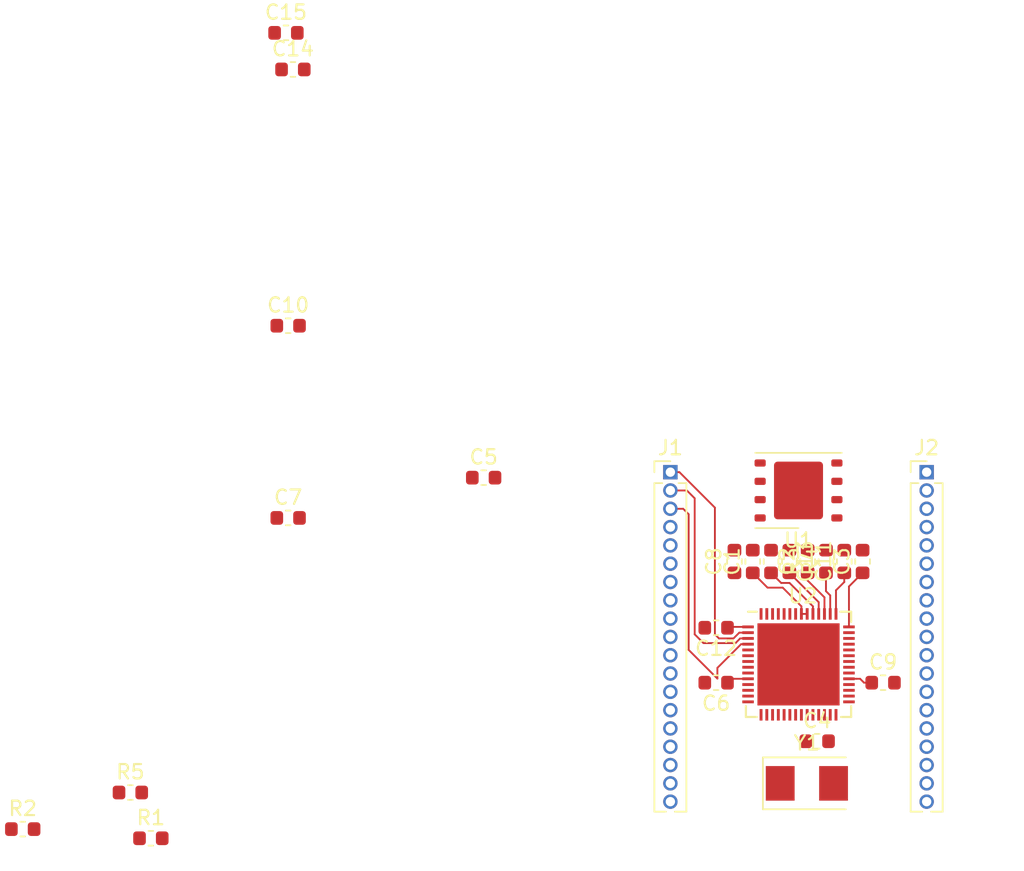
<source format=kicad_pcb>
(kicad_pcb (version 20171130) (host pcbnew 5.0.2+dfsg1-1)

  (general
    (thickness 1.6)
    (drawings 0)
    (tracks 54)
    (zones 0)
    (modules 25)
    (nets 51)
  )

  (page A4)
  (layers
    (0 F.Cu signal)
    (1 In1.Cu signal)
    (2 In2.Cu signal)
    (31 B.Cu signal)
    (32 B.Adhes user)
    (33 F.Adhes user)
    (34 B.Paste user)
    (35 F.Paste user)
    (36 B.SilkS user)
    (37 F.SilkS user)
    (38 B.Mask user)
    (39 F.Mask user)
    (40 Dwgs.User user)
    (41 Cmts.User user)
    (42 Eco1.User user)
    (43 Eco2.User user)
    (44 Edge.Cuts user)
    (45 Margin user)
    (46 B.CrtYd user)
    (47 F.CrtYd user)
    (48 B.Fab user)
    (49 F.Fab user)
  )

  (setup
    (last_trace_width 0.127)
    (trace_clearance 0.2)
    (zone_clearance 0.508)
    (zone_45_only no)
    (trace_min 0.127)
    (segment_width 0.2)
    (edge_width 0.15)
    (via_size 0.8)
    (via_drill 0.4)
    (via_min_size 0.4)
    (via_min_drill 0.3)
    (uvia_size 0.3)
    (uvia_drill 0.1)
    (uvias_allowed no)
    (uvia_min_size 0.2)
    (uvia_min_drill 0.1)
    (pcb_text_width 0.3)
    (pcb_text_size 1.5 1.5)
    (mod_edge_width 0.15)
    (mod_text_size 1 1)
    (mod_text_width 0.15)
    (pad_size 1.524 1.524)
    (pad_drill 0.762)
    (pad_to_mask_clearance 0.051)
    (solder_mask_min_width 0.25)
    (aux_axis_origin 0 0)
    (visible_elements FFFFFF7F)
    (pcbplotparams
      (layerselection 0x010fc_ffffffff)
      (usegerberextensions false)
      (usegerberattributes false)
      (usegerberadvancedattributes false)
      (creategerberjobfile false)
      (excludeedgelayer true)
      (linewidth 0.100000)
      (plotframeref false)
      (viasonmask false)
      (mode 1)
      (useauxorigin false)
      (hpglpennumber 1)
      (hpglpenspeed 20)
      (hpglpendiameter 15.000000)
      (psnegative false)
      (psa4output false)
      (plotreference true)
      (plotvalue true)
      (plotinvisibletext false)
      (padsonsilk false)
      (subtractmaskfromsilk false)
      (outputformat 1)
      (mirror false)
      (drillshape 1)
      (scaleselection 1)
      (outputdirectory ""))
  )

  (net 0 "")
  (net 1 IOVDD)
  (net 2 GND)
  (net 3 VREG1.1)
  (net 4 XIN)
  (net 5 "Net-(C15-Pad1)")
  (net 6 "Net-(J1-Pad12)")
  (net 7 "Net-(J1-Pad11)")
  (net 8 "Net-(J1-Pad10)")
  (net 9 "Net-(J1-Pad9)")
  (net 10 "Net-(J1-Pad8)")
  (net 11 "Net-(J1-Pad7)")
  (net 12 "Net-(J1-Pad6)")
  (net 13 "Net-(J1-Pad5)")
  (net 14 "Net-(J1-Pad4)")
  (net 15 "Net-(J1-Pad3)")
  (net 16 "Net-(J1-Pad2)")
  (net 17 "Net-(J1-Pad1)")
  (net 18 "Net-(J2-Pad2)")
  (net 19 "Net-(J2-Pad3)")
  (net 20 "Net-(J2-Pad10)")
  (net 21 BOOT)
  (net 22 QSPI_SS)
  (net 23 "Net-(R3-Pad2)")
  (net 24 "Net-(R4-Pad2)")
  (net 25 XOUT)
  (net 26 QSPI_SD1)
  (net 27 QSPI_SD2)
  (net 28 QSPI_SD0)
  (net 29 QSPI_SCLK)
  (net 30 QSPI_SD3)
  (net 31 "Net-(J1-Pad18)")
  (net 32 "Net-(J1-Pad17)")
  (net 33 "Net-(J1-Pad16)")
  (net 34 "Net-(J1-Pad15)")
  (net 35 "Net-(J1-Pad14)")
  (net 36 "Net-(J1-Pad13)")
  (net 37 "Net-(J2-Pad4)")
  (net 38 "Net-(J2-Pad5)")
  (net 39 "Net-(J2-Pad6)")
  (net 40 "Net-(J2-Pad7)")
  (net 41 "Net-(J2-Pad8)")
  (net 42 "Net-(J2-Pad9)")
  (net 43 "Net-(J2-Pad11)")
  (net 44 "Net-(J2-Pad12)")
  (net 45 "Net-(J2-Pad13)")
  (net 46 "Net-(J2-Pad14)")
  (net 47 "Net-(J2-Pad15)")
  (net 48 "Net-(J2-Pad16)")
  (net 49 "Net-(J2-Pad17)")
  (net 50 "Net-(J2-Pad18)")

  (net_class Default "This is the default net class."
    (clearance 0.2)
    (trace_width 0.127)
    (via_dia 0.8)
    (via_drill 0.4)
    (uvia_dia 0.3)
    (uvia_drill 0.1)
    (add_net BOOT)
    (add_net GND)
    (add_net IOVDD)
    (add_net "Net-(C15-Pad1)")
    (add_net "Net-(J1-Pad1)")
    (add_net "Net-(J1-Pad10)")
    (add_net "Net-(J1-Pad11)")
    (add_net "Net-(J1-Pad12)")
    (add_net "Net-(J1-Pad13)")
    (add_net "Net-(J1-Pad14)")
    (add_net "Net-(J1-Pad15)")
    (add_net "Net-(J1-Pad16)")
    (add_net "Net-(J1-Pad17)")
    (add_net "Net-(J1-Pad18)")
    (add_net "Net-(J1-Pad2)")
    (add_net "Net-(J1-Pad3)")
    (add_net "Net-(J1-Pad4)")
    (add_net "Net-(J1-Pad5)")
    (add_net "Net-(J1-Pad6)")
    (add_net "Net-(J1-Pad7)")
    (add_net "Net-(J1-Pad8)")
    (add_net "Net-(J1-Pad9)")
    (add_net "Net-(J2-Pad10)")
    (add_net "Net-(J2-Pad11)")
    (add_net "Net-(J2-Pad12)")
    (add_net "Net-(J2-Pad13)")
    (add_net "Net-(J2-Pad14)")
    (add_net "Net-(J2-Pad15)")
    (add_net "Net-(J2-Pad16)")
    (add_net "Net-(J2-Pad17)")
    (add_net "Net-(J2-Pad18)")
    (add_net "Net-(J2-Pad2)")
    (add_net "Net-(J2-Pad3)")
    (add_net "Net-(J2-Pad4)")
    (add_net "Net-(J2-Pad5)")
    (add_net "Net-(J2-Pad6)")
    (add_net "Net-(J2-Pad7)")
    (add_net "Net-(J2-Pad8)")
    (add_net "Net-(J2-Pad9)")
    (add_net "Net-(R3-Pad2)")
    (add_net "Net-(R4-Pad2)")
    (add_net QSPI_SCLK)
    (add_net QSPI_SD0)
    (add_net QSPI_SD1)
    (add_net QSPI_SD2)
    (add_net QSPI_SD3)
    (add_net QSPI_SS)
    (add_net VREG1.1)
    (add_net XIN)
    (add_net XOUT)
  )

  (module Capacitor_SMD:C_0603_1608Metric (layer F.Cu) (tedit 5B301BBE) (tstamp 614DDA6F)
    (at -953.135 47.4725 90)
    (descr "Capacitor SMD 0603 (1608 Metric), square (rectangular) end terminal, IPC_7351 nominal, (Body size source: http://www.tortai-tech.com/upload/download/2011102023233369053.pdf), generated with kicad-footprint-generator")
    (tags capacitor)
    (path /614989EC)
    (attr smd)
    (fp_text reference C1 (at 0 -1.43 90) (layer F.SilkS)
      (effects (font (size 1 1) (thickness 0.15)))
    )
    (fp_text value 100n (at 0 1.43 90) (layer F.Fab)
      (effects (font (size 1 1) (thickness 0.15)))
    )
    (fp_line (start -0.8 0.4) (end -0.8 -0.4) (layer F.Fab) (width 0.1))
    (fp_line (start -0.8 -0.4) (end 0.8 -0.4) (layer F.Fab) (width 0.1))
    (fp_line (start 0.8 -0.4) (end 0.8 0.4) (layer F.Fab) (width 0.1))
    (fp_line (start 0.8 0.4) (end -0.8 0.4) (layer F.Fab) (width 0.1))
    (fp_line (start -0.162779 -0.51) (end 0.162779 -0.51) (layer F.SilkS) (width 0.12))
    (fp_line (start -0.162779 0.51) (end 0.162779 0.51) (layer F.SilkS) (width 0.12))
    (fp_line (start -1.48 0.73) (end -1.48 -0.73) (layer F.CrtYd) (width 0.05))
    (fp_line (start -1.48 -0.73) (end 1.48 -0.73) (layer F.CrtYd) (width 0.05))
    (fp_line (start 1.48 -0.73) (end 1.48 0.73) (layer F.CrtYd) (width 0.05))
    (fp_line (start 1.48 0.73) (end -1.48 0.73) (layer F.CrtYd) (width 0.05))
    (fp_text user %R (at 0 0 90) (layer F.Fab)
      (effects (font (size 0.4 0.4) (thickness 0.06)))
    )
    (pad 1 smd roundrect (at -0.7875 0 90) (size 0.875 0.95) (layers F.Cu F.Paste F.Mask) (roundrect_rratio 0.25)
      (net 1 IOVDD))
    (pad 2 smd roundrect (at 0.7875 0 90) (size 0.875 0.95) (layers F.Cu F.Paste F.Mask) (roundrect_rratio 0.25)
      (net 2 GND))
    (model ${KISYS3DMOD}/Capacitor_SMD.3dshapes/C_0603_1608Metric.wrl
      (at (xyz 0 0 0))
      (scale (xyz 1 1 1))
      (rotate (xyz 0 0 0))
    )
  )

  (module Capacitor_SMD:C_0603_1608Metric (layer F.Cu) (tedit 5B301BBE) (tstamp 614DDA80)
    (at -949.325 47.4725 90)
    (descr "Capacitor SMD 0603 (1608 Metric), square (rectangular) end terminal, IPC_7351 nominal, (Body size source: http://www.tortai-tech.com/upload/download/2011102023233369053.pdf), generated with kicad-footprint-generator")
    (tags capacitor)
    (path /614A5783)
    (attr smd)
    (fp_text reference C2 (at 0 -1.43 90) (layer F.SilkS)
      (effects (font (size 1 1) (thickness 0.15)))
    )
    (fp_text value 2u2 (at 0 1.43 90) (layer F.Fab)
      (effects (font (size 1 1) (thickness 0.15)))
    )
    (fp_line (start -0.8 0.4) (end -0.8 -0.4) (layer F.Fab) (width 0.1))
    (fp_line (start -0.8 -0.4) (end 0.8 -0.4) (layer F.Fab) (width 0.1))
    (fp_line (start 0.8 -0.4) (end 0.8 0.4) (layer F.Fab) (width 0.1))
    (fp_line (start 0.8 0.4) (end -0.8 0.4) (layer F.Fab) (width 0.1))
    (fp_line (start -0.162779 -0.51) (end 0.162779 -0.51) (layer F.SilkS) (width 0.12))
    (fp_line (start -0.162779 0.51) (end 0.162779 0.51) (layer F.SilkS) (width 0.12))
    (fp_line (start -1.48 0.73) (end -1.48 -0.73) (layer F.CrtYd) (width 0.05))
    (fp_line (start -1.48 -0.73) (end 1.48 -0.73) (layer F.CrtYd) (width 0.05))
    (fp_line (start 1.48 -0.73) (end 1.48 0.73) (layer F.CrtYd) (width 0.05))
    (fp_line (start 1.48 0.73) (end -1.48 0.73) (layer F.CrtYd) (width 0.05))
    (fp_text user %R (at 0 0 90) (layer F.Fab)
      (effects (font (size 0.4 0.4) (thickness 0.06)))
    )
    (pad 1 smd roundrect (at -0.7875 0 90) (size 0.875 0.95) (layers F.Cu F.Paste F.Mask) (roundrect_rratio 0.25)
      (net 3 VREG1.1))
    (pad 2 smd roundrect (at 0.7875 0 90) (size 0.875 0.95) (layers F.Cu F.Paste F.Mask) (roundrect_rratio 0.25)
      (net 2 GND))
    (model ${KISYS3DMOD}/Capacitor_SMD.3dshapes/C_0603_1608Metric.wrl
      (at (xyz 0 0 0))
      (scale (xyz 1 1 1))
      (rotate (xyz 0 0 0))
    )
  )

  (module Capacitor_SMD:C_0603_1608Metric (layer F.Cu) (tedit 5B301BBE) (tstamp 614DDA91)
    (at -945.515 47.4725 90)
    (descr "Capacitor SMD 0603 (1608 Metric), square (rectangular) end terminal, IPC_7351 nominal, (Body size source: http://www.tortai-tech.com/upload/download/2011102023233369053.pdf), generated with kicad-footprint-generator")
    (tags capacitor)
    (path /614A420F)
    (attr smd)
    (fp_text reference C3 (at 0 -1.43 90) (layer F.SilkS)
      (effects (font (size 1 1) (thickness 0.15)))
    )
    (fp_text value 100n (at 0 1.43 90) (layer F.Fab)
      (effects (font (size 1 1) (thickness 0.15)))
    )
    (fp_text user %R (at 0 0 90) (layer F.Fab)
      (effects (font (size 0.4 0.4) (thickness 0.06)))
    )
    (fp_line (start 1.48 0.73) (end -1.48 0.73) (layer F.CrtYd) (width 0.05))
    (fp_line (start 1.48 -0.73) (end 1.48 0.73) (layer F.CrtYd) (width 0.05))
    (fp_line (start -1.48 -0.73) (end 1.48 -0.73) (layer F.CrtYd) (width 0.05))
    (fp_line (start -1.48 0.73) (end -1.48 -0.73) (layer F.CrtYd) (width 0.05))
    (fp_line (start -0.162779 0.51) (end 0.162779 0.51) (layer F.SilkS) (width 0.12))
    (fp_line (start -0.162779 -0.51) (end 0.162779 -0.51) (layer F.SilkS) (width 0.12))
    (fp_line (start 0.8 0.4) (end -0.8 0.4) (layer F.Fab) (width 0.1))
    (fp_line (start 0.8 -0.4) (end 0.8 0.4) (layer F.Fab) (width 0.1))
    (fp_line (start -0.8 -0.4) (end 0.8 -0.4) (layer F.Fab) (width 0.1))
    (fp_line (start -0.8 0.4) (end -0.8 -0.4) (layer F.Fab) (width 0.1))
    (pad 2 smd roundrect (at 0.7875 0 90) (size 0.875 0.95) (layers F.Cu F.Paste F.Mask) (roundrect_rratio 0.25)
      (net 2 GND))
    (pad 1 smd roundrect (at -0.7875 0 90) (size 0.875 0.95) (layers F.Cu F.Paste F.Mask) (roundrect_rratio 0.25)
      (net 1 IOVDD))
    (model ${KISYS3DMOD}/Capacitor_SMD.3dshapes/C_0603_1608Metric.wrl
      (at (xyz 0 0 0))
      (scale (xyz 1 1 1))
      (rotate (xyz 0 0 0))
    )
  )

  (module Capacitor_SMD:C_0603_1608Metric (layer F.Cu) (tedit 5B301BBE) (tstamp 614DDAA2)
    (at -948.6645 59.944)
    (descr "Capacitor SMD 0603 (1608 Metric), square (rectangular) end terminal, IPC_7351 nominal, (Body size source: http://www.tortai-tech.com/upload/download/2011102023233369053.pdf), generated with kicad-footprint-generator")
    (tags capacitor)
    (path /614A425F)
    (attr smd)
    (fp_text reference C4 (at 0 -1.43) (layer F.SilkS)
      (effects (font (size 1 1) (thickness 0.15)))
    )
    (fp_text value 100n (at 0 1.43) (layer F.Fab)
      (effects (font (size 1 1) (thickness 0.15)))
    )
    (fp_text user %R (at 0 0) (layer F.Fab)
      (effects (font (size 0.4 0.4) (thickness 0.06)))
    )
    (fp_line (start 1.48 0.73) (end -1.48 0.73) (layer F.CrtYd) (width 0.05))
    (fp_line (start 1.48 -0.73) (end 1.48 0.73) (layer F.CrtYd) (width 0.05))
    (fp_line (start -1.48 -0.73) (end 1.48 -0.73) (layer F.CrtYd) (width 0.05))
    (fp_line (start -1.48 0.73) (end -1.48 -0.73) (layer F.CrtYd) (width 0.05))
    (fp_line (start -0.162779 0.51) (end 0.162779 0.51) (layer F.SilkS) (width 0.12))
    (fp_line (start -0.162779 -0.51) (end 0.162779 -0.51) (layer F.SilkS) (width 0.12))
    (fp_line (start 0.8 0.4) (end -0.8 0.4) (layer F.Fab) (width 0.1))
    (fp_line (start 0.8 -0.4) (end 0.8 0.4) (layer F.Fab) (width 0.1))
    (fp_line (start -0.8 -0.4) (end 0.8 -0.4) (layer F.Fab) (width 0.1))
    (fp_line (start -0.8 0.4) (end -0.8 -0.4) (layer F.Fab) (width 0.1))
    (pad 2 smd roundrect (at 0.7875 0) (size 0.875 0.95) (layers F.Cu F.Paste F.Mask) (roundrect_rratio 0.25)
      (net 2 GND))
    (pad 1 smd roundrect (at -0.7875 0) (size 0.875 0.95) (layers F.Cu F.Paste F.Mask) (roundrect_rratio 0.25)
      (net 1 IOVDD))
    (model ${KISYS3DMOD}/Capacitor_SMD.3dshapes/C_0603_1608Metric.wrl
      (at (xyz 0 0 0))
      (scale (xyz 1 1 1))
      (rotate (xyz 0 0 0))
    )
  )

  (module Capacitor_SMD:C_0603_1608Metric (layer F.Cu) (tedit 5B301BBE) (tstamp 614DDAB3)
    (at -971.804 41.656)
    (descr "Capacitor SMD 0603 (1608 Metric), square (rectangular) end terminal, IPC_7351 nominal, (Body size source: http://www.tortai-tech.com/upload/download/2011102023233369053.pdf), generated with kicad-footprint-generator")
    (tags capacitor)
    (path /614A6451)
    (attr smd)
    (fp_text reference C5 (at 0 -1.43) (layer F.SilkS)
      (effects (font (size 1 1) (thickness 0.15)))
    )
    (fp_text value 2u2 (at 0 1.43) (layer F.Fab)
      (effects (font (size 1 1) (thickness 0.15)))
    )
    (fp_text user %R (at 0 0) (layer F.Fab)
      (effects (font (size 0.4 0.4) (thickness 0.06)))
    )
    (fp_line (start 1.48 0.73) (end -1.48 0.73) (layer F.CrtYd) (width 0.05))
    (fp_line (start 1.48 -0.73) (end 1.48 0.73) (layer F.CrtYd) (width 0.05))
    (fp_line (start -1.48 -0.73) (end 1.48 -0.73) (layer F.CrtYd) (width 0.05))
    (fp_line (start -1.48 0.73) (end -1.48 -0.73) (layer F.CrtYd) (width 0.05))
    (fp_line (start -0.162779 0.51) (end 0.162779 0.51) (layer F.SilkS) (width 0.12))
    (fp_line (start -0.162779 -0.51) (end 0.162779 -0.51) (layer F.SilkS) (width 0.12))
    (fp_line (start 0.8 0.4) (end -0.8 0.4) (layer F.Fab) (width 0.1))
    (fp_line (start 0.8 -0.4) (end 0.8 0.4) (layer F.Fab) (width 0.1))
    (fp_line (start -0.8 -0.4) (end 0.8 -0.4) (layer F.Fab) (width 0.1))
    (fp_line (start -0.8 0.4) (end -0.8 -0.4) (layer F.Fab) (width 0.1))
    (pad 2 smd roundrect (at 0.7875 0) (size 0.875 0.95) (layers F.Cu F.Paste F.Mask) (roundrect_rratio 0.25)
      (net 2 GND))
    (pad 1 smd roundrect (at -0.7875 0) (size 0.875 0.95) (layers F.Cu F.Paste F.Mask) (roundrect_rratio 0.25)
      (net 1 IOVDD))
    (model ${KISYS3DMOD}/Capacitor_SMD.3dshapes/C_0603_1608Metric.wrl
      (at (xyz 0 0 0))
      (scale (xyz 1 1 1))
      (rotate (xyz 0 0 0))
    )
  )

  (module Capacitor_SMD:C_0603_1608Metric (layer F.Cu) (tedit 5B301BBE) (tstamp 614DDAC4)
    (at -955.675 55.88 180)
    (descr "Capacitor SMD 0603 (1608 Metric), square (rectangular) end terminal, IPC_7351 nominal, (Body size source: http://www.tortai-tech.com/upload/download/2011102023233369053.pdf), generated with kicad-footprint-generator")
    (tags capacitor)
    (path /614A4299)
    (attr smd)
    (fp_text reference C6 (at 0 -1.43 180) (layer F.SilkS)
      (effects (font (size 1 1) (thickness 0.15)))
    )
    (fp_text value 100n (at 0 1.43 180) (layer F.Fab)
      (effects (font (size 1 1) (thickness 0.15)))
    )
    (fp_line (start -0.8 0.4) (end -0.8 -0.4) (layer F.Fab) (width 0.1))
    (fp_line (start -0.8 -0.4) (end 0.8 -0.4) (layer F.Fab) (width 0.1))
    (fp_line (start 0.8 -0.4) (end 0.8 0.4) (layer F.Fab) (width 0.1))
    (fp_line (start 0.8 0.4) (end -0.8 0.4) (layer F.Fab) (width 0.1))
    (fp_line (start -0.162779 -0.51) (end 0.162779 -0.51) (layer F.SilkS) (width 0.12))
    (fp_line (start -0.162779 0.51) (end 0.162779 0.51) (layer F.SilkS) (width 0.12))
    (fp_line (start -1.48 0.73) (end -1.48 -0.73) (layer F.CrtYd) (width 0.05))
    (fp_line (start -1.48 -0.73) (end 1.48 -0.73) (layer F.CrtYd) (width 0.05))
    (fp_line (start 1.48 -0.73) (end 1.48 0.73) (layer F.CrtYd) (width 0.05))
    (fp_line (start 1.48 0.73) (end -1.48 0.73) (layer F.CrtYd) (width 0.05))
    (fp_text user %R (at 0 0 180) (layer F.Fab)
      (effects (font (size 0.4 0.4) (thickness 0.06)))
    )
    (pad 1 smd roundrect (at -0.7875 0 180) (size 0.875 0.95) (layers F.Cu F.Paste F.Mask) (roundrect_rratio 0.25)
      (net 1 IOVDD))
    (pad 2 smd roundrect (at 0.7875 0 180) (size 0.875 0.95) (layers F.Cu F.Paste F.Mask) (roundrect_rratio 0.25)
      (net 2 GND))
    (model ${KISYS3DMOD}/Capacitor_SMD.3dshapes/C_0603_1608Metric.wrl
      (at (xyz 0 0 0))
      (scale (xyz 1 1 1))
      (rotate (xyz 0 0 0))
    )
  )

  (module Capacitor_SMD:C_0603_1608Metric (layer F.Cu) (tedit 5B301BBE) (tstamp 614DDAD5)
    (at -985.3675 44.45)
    (descr "Capacitor SMD 0603 (1608 Metric), square (rectangular) end terminal, IPC_7351 nominal, (Body size source: http://www.tortai-tech.com/upload/download/2011102023233369053.pdf), generated with kicad-footprint-generator")
    (tags capacitor)
    (path /614A47D3)
    (attr smd)
    (fp_text reference C7 (at 0 -1.43) (layer F.SilkS)
      (effects (font (size 1 1) (thickness 0.15)))
    )
    (fp_text value 100n (at 0 1.43) (layer F.Fab)
      (effects (font (size 1 1) (thickness 0.15)))
    )
    (fp_line (start -0.8 0.4) (end -0.8 -0.4) (layer F.Fab) (width 0.1))
    (fp_line (start -0.8 -0.4) (end 0.8 -0.4) (layer F.Fab) (width 0.1))
    (fp_line (start 0.8 -0.4) (end 0.8 0.4) (layer F.Fab) (width 0.1))
    (fp_line (start 0.8 0.4) (end -0.8 0.4) (layer F.Fab) (width 0.1))
    (fp_line (start -0.162779 -0.51) (end 0.162779 -0.51) (layer F.SilkS) (width 0.12))
    (fp_line (start -0.162779 0.51) (end 0.162779 0.51) (layer F.SilkS) (width 0.12))
    (fp_line (start -1.48 0.73) (end -1.48 -0.73) (layer F.CrtYd) (width 0.05))
    (fp_line (start -1.48 -0.73) (end 1.48 -0.73) (layer F.CrtYd) (width 0.05))
    (fp_line (start 1.48 -0.73) (end 1.48 0.73) (layer F.CrtYd) (width 0.05))
    (fp_line (start 1.48 0.73) (end -1.48 0.73) (layer F.CrtYd) (width 0.05))
    (fp_text user %R (at 0 0) (layer F.Fab)
      (effects (font (size 0.4 0.4) (thickness 0.06)))
    )
    (pad 1 smd roundrect (at -0.7875 0) (size 0.875 0.95) (layers F.Cu F.Paste F.Mask) (roundrect_rratio 0.25)
      (net 3 VREG1.1))
    (pad 2 smd roundrect (at 0.7875 0) (size 0.875 0.95) (layers F.Cu F.Paste F.Mask) (roundrect_rratio 0.25)
      (net 2 GND))
    (model ${KISYS3DMOD}/Capacitor_SMD.3dshapes/C_0603_1608Metric.wrl
      (at (xyz 0 0 0))
      (scale (xyz 1 1 1))
      (rotate (xyz 0 0 0))
    )
  )

  (module Capacitor_SMD:C_0603_1608Metric (layer F.Cu) (tedit 5B301BBE) (tstamp 614DDAE6)
    (at -954.405 47.4725 90)
    (descr "Capacitor SMD 0603 (1608 Metric), square (rectangular) end terminal, IPC_7351 nominal, (Body size source: http://www.tortai-tech.com/upload/download/2011102023233369053.pdf), generated with kicad-footprint-generator")
    (tags capacitor)
    (path /614A651B)
    (attr smd)
    (fp_text reference C8 (at 0 -1.43 90) (layer F.SilkS)
      (effects (font (size 1 1) (thickness 0.15)))
    )
    (fp_text value 100n (at 0 1.43 90) (layer F.Fab)
      (effects (font (size 1 1) (thickness 0.15)))
    )
    (fp_line (start -0.8 0.4) (end -0.8 -0.4) (layer F.Fab) (width 0.1))
    (fp_line (start -0.8 -0.4) (end 0.8 -0.4) (layer F.Fab) (width 0.1))
    (fp_line (start 0.8 -0.4) (end 0.8 0.4) (layer F.Fab) (width 0.1))
    (fp_line (start 0.8 0.4) (end -0.8 0.4) (layer F.Fab) (width 0.1))
    (fp_line (start -0.162779 -0.51) (end 0.162779 -0.51) (layer F.SilkS) (width 0.12))
    (fp_line (start -0.162779 0.51) (end 0.162779 0.51) (layer F.SilkS) (width 0.12))
    (fp_line (start -1.48 0.73) (end -1.48 -0.73) (layer F.CrtYd) (width 0.05))
    (fp_line (start -1.48 -0.73) (end 1.48 -0.73) (layer F.CrtYd) (width 0.05))
    (fp_line (start 1.48 -0.73) (end 1.48 0.73) (layer F.CrtYd) (width 0.05))
    (fp_line (start 1.48 0.73) (end -1.48 0.73) (layer F.CrtYd) (width 0.05))
    (fp_text user %R (at 0 0 90) (layer F.Fab)
      (effects (font (size 0.4 0.4) (thickness 0.06)))
    )
    (pad 1 smd roundrect (at -0.7875 0 90) (size 0.875 0.95) (layers F.Cu F.Paste F.Mask) (roundrect_rratio 0.25)
      (net 1 IOVDD))
    (pad 2 smd roundrect (at 0.7875 0 90) (size 0.875 0.95) (layers F.Cu F.Paste F.Mask) (roundrect_rratio 0.25)
      (net 2 GND))
    (model ${KISYS3DMOD}/Capacitor_SMD.3dshapes/C_0603_1608Metric.wrl
      (at (xyz 0 0 0))
      (scale (xyz 1 1 1))
      (rotate (xyz 0 0 0))
    )
  )

  (module Capacitor_SMD:C_0603_1608Metric (layer F.Cu) (tedit 5B301BBE) (tstamp 614DDAF7)
    (at -944.0925 55.88)
    (descr "Capacitor SMD 0603 (1608 Metric), square (rectangular) end terminal, IPC_7351 nominal, (Body size source: http://www.tortai-tech.com/upload/download/2011102023233369053.pdf), generated with kicad-footprint-generator")
    (tags capacitor)
    (path /614A42D7)
    (attr smd)
    (fp_text reference C9 (at 0 -1.43) (layer F.SilkS)
      (effects (font (size 1 1) (thickness 0.15)))
    )
    (fp_text value 100n (at 0 1.43) (layer F.Fab)
      (effects (font (size 1 1) (thickness 0.15)))
    )
    (fp_text user %R (at 0 0) (layer F.Fab)
      (effects (font (size 0.4 0.4) (thickness 0.06)))
    )
    (fp_line (start 1.48 0.73) (end -1.48 0.73) (layer F.CrtYd) (width 0.05))
    (fp_line (start 1.48 -0.73) (end 1.48 0.73) (layer F.CrtYd) (width 0.05))
    (fp_line (start -1.48 -0.73) (end 1.48 -0.73) (layer F.CrtYd) (width 0.05))
    (fp_line (start -1.48 0.73) (end -1.48 -0.73) (layer F.CrtYd) (width 0.05))
    (fp_line (start -0.162779 0.51) (end 0.162779 0.51) (layer F.SilkS) (width 0.12))
    (fp_line (start -0.162779 -0.51) (end 0.162779 -0.51) (layer F.SilkS) (width 0.12))
    (fp_line (start 0.8 0.4) (end -0.8 0.4) (layer F.Fab) (width 0.1))
    (fp_line (start 0.8 -0.4) (end 0.8 0.4) (layer F.Fab) (width 0.1))
    (fp_line (start -0.8 -0.4) (end 0.8 -0.4) (layer F.Fab) (width 0.1))
    (fp_line (start -0.8 0.4) (end -0.8 -0.4) (layer F.Fab) (width 0.1))
    (pad 2 smd roundrect (at 0.7875 0) (size 0.875 0.95) (layers F.Cu F.Paste F.Mask) (roundrect_rratio 0.25)
      (net 2 GND))
    (pad 1 smd roundrect (at -0.7875 0) (size 0.875 0.95) (layers F.Cu F.Paste F.Mask) (roundrect_rratio 0.25)
      (net 1 IOVDD))
    (model ${KISYS3DMOD}/Capacitor_SMD.3dshapes/C_0603_1608Metric.wrl
      (at (xyz 0 0 0))
      (scale (xyz 1 1 1))
      (rotate (xyz 0 0 0))
    )
  )

  (module Capacitor_SMD:C_0603_1608Metric (layer F.Cu) (tedit 5B301BBE) (tstamp 614DDB08)
    (at -985.3675 31.115)
    (descr "Capacitor SMD 0603 (1608 Metric), square (rectangular) end terminal, IPC_7351 nominal, (Body size source: http://www.tortai-tech.com/upload/download/2011102023233369053.pdf), generated with kicad-footprint-generator")
    (tags capacitor)
    (path /614A483D)
    (attr smd)
    (fp_text reference C10 (at 0 -1.43) (layer F.SilkS)
      (effects (font (size 1 1) (thickness 0.15)))
    )
    (fp_text value 100n (at 0 1.43) (layer F.Fab)
      (effects (font (size 1 1) (thickness 0.15)))
    )
    (fp_text user %R (at 0 0) (layer F.Fab)
      (effects (font (size 0.4 0.4) (thickness 0.06)))
    )
    (fp_line (start 1.48 0.73) (end -1.48 0.73) (layer F.CrtYd) (width 0.05))
    (fp_line (start 1.48 -0.73) (end 1.48 0.73) (layer F.CrtYd) (width 0.05))
    (fp_line (start -1.48 -0.73) (end 1.48 -0.73) (layer F.CrtYd) (width 0.05))
    (fp_line (start -1.48 0.73) (end -1.48 -0.73) (layer F.CrtYd) (width 0.05))
    (fp_line (start -0.162779 0.51) (end 0.162779 0.51) (layer F.SilkS) (width 0.12))
    (fp_line (start -0.162779 -0.51) (end 0.162779 -0.51) (layer F.SilkS) (width 0.12))
    (fp_line (start 0.8 0.4) (end -0.8 0.4) (layer F.Fab) (width 0.1))
    (fp_line (start 0.8 -0.4) (end 0.8 0.4) (layer F.Fab) (width 0.1))
    (fp_line (start -0.8 -0.4) (end 0.8 -0.4) (layer F.Fab) (width 0.1))
    (fp_line (start -0.8 0.4) (end -0.8 -0.4) (layer F.Fab) (width 0.1))
    (pad 2 smd roundrect (at 0.7875 0) (size 0.875 0.95) (layers F.Cu F.Paste F.Mask) (roundrect_rratio 0.25)
      (net 2 GND))
    (pad 1 smd roundrect (at -0.7875 0) (size 0.875 0.95) (layers F.Cu F.Paste F.Mask) (roundrect_rratio 0.25)
      (net 3 VREG1.1))
    (model ${KISYS3DMOD}/Capacitor_SMD.3dshapes/C_0603_1608Metric.wrl
      (at (xyz 0 0 0))
      (scale (xyz 1 1 1))
      (rotate (xyz 0 0 0))
    )
  )

  (module Capacitor_SMD:C_0603_1608Metric (layer F.Cu) (tedit 5B301BBE) (tstamp 614DDB19)
    (at -946.785 47.4725 90)
    (descr "Capacitor SMD 0603 (1608 Metric), square (rectangular) end terminal, IPC_7351 nominal, (Body size source: http://www.tortai-tech.com/upload/download/2011102023233369053.pdf), generated with kicad-footprint-generator")
    (tags capacitor)
    (path /614A431D)
    (attr smd)
    (fp_text reference C11 (at 0 -1.43 90) (layer F.SilkS)
      (effects (font (size 1 1) (thickness 0.15)))
    )
    (fp_text value 100n (at 0 1.43 90) (layer F.Fab)
      (effects (font (size 1 1) (thickness 0.15)))
    )
    (fp_line (start -0.8 0.4) (end -0.8 -0.4) (layer F.Fab) (width 0.1))
    (fp_line (start -0.8 -0.4) (end 0.8 -0.4) (layer F.Fab) (width 0.1))
    (fp_line (start 0.8 -0.4) (end 0.8 0.4) (layer F.Fab) (width 0.1))
    (fp_line (start 0.8 0.4) (end -0.8 0.4) (layer F.Fab) (width 0.1))
    (fp_line (start -0.162779 -0.51) (end 0.162779 -0.51) (layer F.SilkS) (width 0.12))
    (fp_line (start -0.162779 0.51) (end 0.162779 0.51) (layer F.SilkS) (width 0.12))
    (fp_line (start -1.48 0.73) (end -1.48 -0.73) (layer F.CrtYd) (width 0.05))
    (fp_line (start -1.48 -0.73) (end 1.48 -0.73) (layer F.CrtYd) (width 0.05))
    (fp_line (start 1.48 -0.73) (end 1.48 0.73) (layer F.CrtYd) (width 0.05))
    (fp_line (start 1.48 0.73) (end -1.48 0.73) (layer F.CrtYd) (width 0.05))
    (fp_text user %R (at 0 0 90) (layer F.Fab)
      (effects (font (size 0.4 0.4) (thickness 0.06)))
    )
    (pad 1 smd roundrect (at -0.7875 0 90) (size 0.875 0.95) (layers F.Cu F.Paste F.Mask) (roundrect_rratio 0.25)
      (net 1 IOVDD))
    (pad 2 smd roundrect (at 0.7875 0 90) (size 0.875 0.95) (layers F.Cu F.Paste F.Mask) (roundrect_rratio 0.25)
      (net 2 GND))
    (model ${KISYS3DMOD}/Capacitor_SMD.3dshapes/C_0603_1608Metric.wrl
      (at (xyz 0 0 0))
      (scale (xyz 1 1 1))
      (rotate (xyz 0 0 0))
    )
  )

  (module Capacitor_SMD:C_0603_1608Metric (layer F.Cu) (tedit 5B301BBE) (tstamp 614DDB2A)
    (at -955.675 52.07 180)
    (descr "Capacitor SMD 0603 (1608 Metric), square (rectangular) end terminal, IPC_7351 nominal, (Body size source: http://www.tortai-tech.com/upload/download/2011102023233369053.pdf), generated with kicad-footprint-generator")
    (tags capacitor)
    (path /614A435D)
    (attr smd)
    (fp_text reference C12 (at 0 -1.43 180) (layer F.SilkS)
      (effects (font (size 1 1) (thickness 0.15)))
    )
    (fp_text value 100n (at 0 1.43 180) (layer F.Fab)
      (effects (font (size 1 1) (thickness 0.15)))
    )
    (fp_text user %R (at 0 0 180) (layer F.Fab)
      (effects (font (size 0.4 0.4) (thickness 0.06)))
    )
    (fp_line (start 1.48 0.73) (end -1.48 0.73) (layer F.CrtYd) (width 0.05))
    (fp_line (start 1.48 -0.73) (end 1.48 0.73) (layer F.CrtYd) (width 0.05))
    (fp_line (start -1.48 -0.73) (end 1.48 -0.73) (layer F.CrtYd) (width 0.05))
    (fp_line (start -1.48 0.73) (end -1.48 -0.73) (layer F.CrtYd) (width 0.05))
    (fp_line (start -0.162779 0.51) (end 0.162779 0.51) (layer F.SilkS) (width 0.12))
    (fp_line (start -0.162779 -0.51) (end 0.162779 -0.51) (layer F.SilkS) (width 0.12))
    (fp_line (start 0.8 0.4) (end -0.8 0.4) (layer F.Fab) (width 0.1))
    (fp_line (start 0.8 -0.4) (end 0.8 0.4) (layer F.Fab) (width 0.1))
    (fp_line (start -0.8 -0.4) (end 0.8 -0.4) (layer F.Fab) (width 0.1))
    (fp_line (start -0.8 0.4) (end -0.8 -0.4) (layer F.Fab) (width 0.1))
    (pad 2 smd roundrect (at 0.7875 0 180) (size 0.875 0.95) (layers F.Cu F.Paste F.Mask) (roundrect_rratio 0.25)
      (net 2 GND))
    (pad 1 smd roundrect (at -0.7875 0 180) (size 0.875 0.95) (layers F.Cu F.Paste F.Mask) (roundrect_rratio 0.25)
      (net 1 IOVDD))
    (model ${KISYS3DMOD}/Capacitor_SMD.3dshapes/C_0603_1608Metric.wrl
      (at (xyz 0 0 0))
      (scale (xyz 1 1 1))
      (rotate (xyz 0 0 0))
    )
  )

  (module Capacitor_SMD:C_0603_1608Metric (layer F.Cu) (tedit 5B301BBE) (tstamp 614DDB3B)
    (at -948.055 47.4725 90)
    (descr "Capacitor SMD 0603 (1608 Metric), square (rectangular) end terminal, IPC_7351 nominal, (Body size source: http://www.tortai-tech.com/upload/download/2011102023233369053.pdf), generated with kicad-footprint-generator")
    (tags capacitor)
    (path /61498D65)
    (attr smd)
    (fp_text reference C13 (at 0 -1.43 90) (layer F.SilkS)
      (effects (font (size 1 1) (thickness 0.15)))
    )
    (fp_text value 2u2 (at 0 1.43 90) (layer F.Fab)
      (effects (font (size 1 1) (thickness 0.15)))
    )
    (fp_text user %R (at 0 0 90) (layer F.Fab)
      (effects (font (size 0.4 0.4) (thickness 0.06)))
    )
    (fp_line (start 1.48 0.73) (end -1.48 0.73) (layer F.CrtYd) (width 0.05))
    (fp_line (start 1.48 -0.73) (end 1.48 0.73) (layer F.CrtYd) (width 0.05))
    (fp_line (start -1.48 -0.73) (end 1.48 -0.73) (layer F.CrtYd) (width 0.05))
    (fp_line (start -1.48 0.73) (end -1.48 -0.73) (layer F.CrtYd) (width 0.05))
    (fp_line (start -0.162779 0.51) (end 0.162779 0.51) (layer F.SilkS) (width 0.12))
    (fp_line (start -0.162779 -0.51) (end 0.162779 -0.51) (layer F.SilkS) (width 0.12))
    (fp_line (start 0.8 0.4) (end -0.8 0.4) (layer F.Fab) (width 0.1))
    (fp_line (start 0.8 -0.4) (end 0.8 0.4) (layer F.Fab) (width 0.1))
    (fp_line (start -0.8 -0.4) (end 0.8 -0.4) (layer F.Fab) (width 0.1))
    (fp_line (start -0.8 0.4) (end -0.8 -0.4) (layer F.Fab) (width 0.1))
    (pad 2 smd roundrect (at 0.7875 0 90) (size 0.875 0.95) (layers F.Cu F.Paste F.Mask) (roundrect_rratio 0.25)
      (net 2 GND))
    (pad 1 smd roundrect (at -0.7875 0 90) (size 0.875 0.95) (layers F.Cu F.Paste F.Mask) (roundrect_rratio 0.25)
      (net 1 IOVDD))
    (model ${KISYS3DMOD}/Capacitor_SMD.3dshapes/C_0603_1608Metric.wrl
      (at (xyz 0 0 0))
      (scale (xyz 1 1 1))
      (rotate (xyz 0 0 0))
    )
  )

  (module Capacitor_SMD:C_0603_1608Metric (layer F.Cu) (tedit 5B301BBE) (tstamp 614DDB4C)
    (at -985.0375 13.335)
    (descr "Capacitor SMD 0603 (1608 Metric), square (rectangular) end terminal, IPC_7351 nominal, (Body size source: http://www.tortai-tech.com/upload/download/2011102023233369053.pdf), generated with kicad-footprint-generator")
    (tags capacitor)
    (path /614CB47A)
    (attr smd)
    (fp_text reference C14 (at 0 -1.43) (layer F.SilkS)
      (effects (font (size 1 1) (thickness 0.15)))
    )
    (fp_text value 27p (at 0 1.43) (layer F.Fab)
      (effects (font (size 1 1) (thickness 0.15)))
    )
    (fp_line (start -0.8 0.4) (end -0.8 -0.4) (layer F.Fab) (width 0.1))
    (fp_line (start -0.8 -0.4) (end 0.8 -0.4) (layer F.Fab) (width 0.1))
    (fp_line (start 0.8 -0.4) (end 0.8 0.4) (layer F.Fab) (width 0.1))
    (fp_line (start 0.8 0.4) (end -0.8 0.4) (layer F.Fab) (width 0.1))
    (fp_line (start -0.162779 -0.51) (end 0.162779 -0.51) (layer F.SilkS) (width 0.12))
    (fp_line (start -0.162779 0.51) (end 0.162779 0.51) (layer F.SilkS) (width 0.12))
    (fp_line (start -1.48 0.73) (end -1.48 -0.73) (layer F.CrtYd) (width 0.05))
    (fp_line (start -1.48 -0.73) (end 1.48 -0.73) (layer F.CrtYd) (width 0.05))
    (fp_line (start 1.48 -0.73) (end 1.48 0.73) (layer F.CrtYd) (width 0.05))
    (fp_line (start 1.48 0.73) (end -1.48 0.73) (layer F.CrtYd) (width 0.05))
    (fp_text user %R (at 0 0) (layer F.Fab)
      (effects (font (size 0.4 0.4) (thickness 0.06)))
    )
    (pad 1 smd roundrect (at -0.7875 0) (size 0.875 0.95) (layers F.Cu F.Paste F.Mask) (roundrect_rratio 0.25)
      (net 4 XIN))
    (pad 2 smd roundrect (at 0.7875 0) (size 0.875 0.95) (layers F.Cu F.Paste F.Mask) (roundrect_rratio 0.25)
      (net 2 GND))
    (model ${KISYS3DMOD}/Capacitor_SMD.3dshapes/C_0603_1608Metric.wrl
      (at (xyz 0 0 0))
      (scale (xyz 1 1 1))
      (rotate (xyz 0 0 0))
    )
  )

  (module Capacitor_SMD:C_0603_1608Metric (layer F.Cu) (tedit 5B301BBE) (tstamp 614DDB5D)
    (at -985.52 10.795)
    (descr "Capacitor SMD 0603 (1608 Metric), square (rectangular) end terminal, IPC_7351 nominal, (Body size source: http://www.tortai-tech.com/upload/download/2011102023233369053.pdf), generated with kicad-footprint-generator")
    (tags capacitor)
    (path /614C80E8)
    (attr smd)
    (fp_text reference C15 (at 0 -1.43) (layer F.SilkS)
      (effects (font (size 1 1) (thickness 0.15)))
    )
    (fp_text value 27p (at 0 1.43) (layer F.Fab)
      (effects (font (size 1 1) (thickness 0.15)))
    )
    (fp_line (start -0.8 0.4) (end -0.8 -0.4) (layer F.Fab) (width 0.1))
    (fp_line (start -0.8 -0.4) (end 0.8 -0.4) (layer F.Fab) (width 0.1))
    (fp_line (start 0.8 -0.4) (end 0.8 0.4) (layer F.Fab) (width 0.1))
    (fp_line (start 0.8 0.4) (end -0.8 0.4) (layer F.Fab) (width 0.1))
    (fp_line (start -0.162779 -0.51) (end 0.162779 -0.51) (layer F.SilkS) (width 0.12))
    (fp_line (start -0.162779 0.51) (end 0.162779 0.51) (layer F.SilkS) (width 0.12))
    (fp_line (start -1.48 0.73) (end -1.48 -0.73) (layer F.CrtYd) (width 0.05))
    (fp_line (start -1.48 -0.73) (end 1.48 -0.73) (layer F.CrtYd) (width 0.05))
    (fp_line (start 1.48 -0.73) (end 1.48 0.73) (layer F.CrtYd) (width 0.05))
    (fp_line (start 1.48 0.73) (end -1.48 0.73) (layer F.CrtYd) (width 0.05))
    (fp_text user %R (at 0 0) (layer F.Fab)
      (effects (font (size 0.4 0.4) (thickness 0.06)))
    )
    (pad 1 smd roundrect (at -0.7875 0) (size 0.875 0.95) (layers F.Cu F.Paste F.Mask) (roundrect_rratio 0.25)
      (net 5 "Net-(C15-Pad1)"))
    (pad 2 smd roundrect (at 0.7875 0) (size 0.875 0.95) (layers F.Cu F.Paste F.Mask) (roundrect_rratio 0.25)
      (net 2 GND))
    (model ${KISYS3DMOD}/Capacitor_SMD.3dshapes/C_0603_1608Metric.wrl
      (at (xyz 0 0 0))
      (scale (xyz 1 1 1))
      (rotate (xyz 0 0 0))
    )
  )

  (module Connector_PinHeader_1.27mm:PinHeader_1x19_P1.27mm_Vertical (layer F.Cu) (tedit 59FED6E3) (tstamp 614DDB86)
    (at -958.85 41.275)
    (descr "Through hole straight pin header, 1x19, 1.27mm pitch, single row")
    (tags "Through hole pin header THT 1x19 1.27mm single row")
    (path /6159DCB2)
    (fp_text reference J1 (at 0 -1.695) (layer F.SilkS)
      (effects (font (size 1 1) (thickness 0.15)))
    )
    (fp_text value Conn_01x19_Male (at 0 24.555) (layer F.Fab)
      (effects (font (size 1 1) (thickness 0.15)))
    )
    (fp_text user %R (at 0 11.43 90) (layer F.Fab)
      (effects (font (size 1 1) (thickness 0.15)))
    )
    (fp_line (start 1.55 -1.15) (end -1.55 -1.15) (layer F.CrtYd) (width 0.05))
    (fp_line (start 1.55 24) (end 1.55 -1.15) (layer F.CrtYd) (width 0.05))
    (fp_line (start -1.55 24) (end 1.55 24) (layer F.CrtYd) (width 0.05))
    (fp_line (start -1.55 -1.15) (end -1.55 24) (layer F.CrtYd) (width 0.05))
    (fp_line (start -1.11 -0.76) (end 0 -0.76) (layer F.SilkS) (width 0.12))
    (fp_line (start -1.11 0) (end -1.11 -0.76) (layer F.SilkS) (width 0.12))
    (fp_line (start 0.563471 0.76) (end 1.11 0.76) (layer F.SilkS) (width 0.12))
    (fp_line (start -1.11 0.76) (end -0.563471 0.76) (layer F.SilkS) (width 0.12))
    (fp_line (start 1.11 0.76) (end 1.11 23.555) (layer F.SilkS) (width 0.12))
    (fp_line (start -1.11 0.76) (end -1.11 23.555) (layer F.SilkS) (width 0.12))
    (fp_line (start 0.30753 23.555) (end 1.11 23.555) (layer F.SilkS) (width 0.12))
    (fp_line (start -1.11 23.555) (end -0.30753 23.555) (layer F.SilkS) (width 0.12))
    (fp_line (start -1.05 -0.11) (end -0.525 -0.635) (layer F.Fab) (width 0.1))
    (fp_line (start -1.05 23.495) (end -1.05 -0.11) (layer F.Fab) (width 0.1))
    (fp_line (start 1.05 23.495) (end -1.05 23.495) (layer F.Fab) (width 0.1))
    (fp_line (start 1.05 -0.635) (end 1.05 23.495) (layer F.Fab) (width 0.1))
    (fp_line (start -0.525 -0.635) (end 1.05 -0.635) (layer F.Fab) (width 0.1))
    (pad 19 thru_hole oval (at 0 22.86) (size 1 1) (drill 0.65) (layers *.Cu *.Mask)
      (net 2 GND))
    (pad 18 thru_hole oval (at 0 21.59) (size 1 1) (drill 0.65) (layers *.Cu *.Mask)
      (net 31 "Net-(J1-Pad18)"))
    (pad 17 thru_hole oval (at 0 20.32) (size 1 1) (drill 0.65) (layers *.Cu *.Mask)
      (net 32 "Net-(J1-Pad17)"))
    (pad 16 thru_hole oval (at 0 19.05) (size 1 1) (drill 0.65) (layers *.Cu *.Mask)
      (net 33 "Net-(J1-Pad16)"))
    (pad 15 thru_hole oval (at 0 17.78) (size 1 1) (drill 0.65) (layers *.Cu *.Mask)
      (net 34 "Net-(J1-Pad15)"))
    (pad 14 thru_hole oval (at 0 16.51) (size 1 1) (drill 0.65) (layers *.Cu *.Mask)
      (net 35 "Net-(J1-Pad14)"))
    (pad 13 thru_hole oval (at 0 15.24) (size 1 1) (drill 0.65) (layers *.Cu *.Mask)
      (net 36 "Net-(J1-Pad13)"))
    (pad 12 thru_hole oval (at 0 13.97) (size 1 1) (drill 0.65) (layers *.Cu *.Mask)
      (net 6 "Net-(J1-Pad12)"))
    (pad 11 thru_hole oval (at 0 12.7) (size 1 1) (drill 0.65) (layers *.Cu *.Mask)
      (net 7 "Net-(J1-Pad11)"))
    (pad 10 thru_hole oval (at 0 11.43) (size 1 1) (drill 0.65) (layers *.Cu *.Mask)
      (net 8 "Net-(J1-Pad10)"))
    (pad 9 thru_hole oval (at 0 10.16) (size 1 1) (drill 0.65) (layers *.Cu *.Mask)
      (net 9 "Net-(J1-Pad9)"))
    (pad 8 thru_hole oval (at 0 8.89) (size 1 1) (drill 0.65) (layers *.Cu *.Mask)
      (net 10 "Net-(J1-Pad8)"))
    (pad 7 thru_hole oval (at 0 7.62) (size 1 1) (drill 0.65) (layers *.Cu *.Mask)
      (net 11 "Net-(J1-Pad7)"))
    (pad 6 thru_hole oval (at 0 6.35) (size 1 1) (drill 0.65) (layers *.Cu *.Mask)
      (net 12 "Net-(J1-Pad6)"))
    (pad 5 thru_hole oval (at 0 5.08) (size 1 1) (drill 0.65) (layers *.Cu *.Mask)
      (net 13 "Net-(J1-Pad5)"))
    (pad 4 thru_hole oval (at 0 3.81) (size 1 1) (drill 0.65) (layers *.Cu *.Mask)
      (net 14 "Net-(J1-Pad4)"))
    (pad 3 thru_hole oval (at 0 2.54) (size 1 1) (drill 0.65) (layers *.Cu *.Mask)
      (net 15 "Net-(J1-Pad3)"))
    (pad 2 thru_hole oval (at 0 1.27) (size 1 1) (drill 0.65) (layers *.Cu *.Mask)
      (net 16 "Net-(J1-Pad2)"))
    (pad 1 thru_hole rect (at 0 0) (size 1 1) (drill 0.65) (layers *.Cu *.Mask)
      (net 17 "Net-(J1-Pad1)"))
    (model ${KISYS3DMOD}/Connector_PinHeader_1.27mm.3dshapes/PinHeader_1x19_P1.27mm_Vertical.wrl
      (at (xyz 0 0 0))
      (scale (xyz 1 1 1))
      (rotate (xyz 0 0 0))
    )
  )

  (module Connector_PinHeader_1.27mm:PinHeader_1x19_P1.27mm_Vertical (layer F.Cu) (tedit 59FED6E3) (tstamp 614DDBAF)
    (at -941.07 41.275)
    (descr "Through hole straight pin header, 1x19, 1.27mm pitch, single row")
    (tags "Through hole pin header THT 1x19 1.27mm single row")
    (path /615AD54F)
    (fp_text reference J2 (at 0 -1.695) (layer F.SilkS)
      (effects (font (size 1 1) (thickness 0.15)))
    )
    (fp_text value Conn_01x19_Male (at 0 24.555) (layer F.Fab)
      (effects (font (size 1 1) (thickness 0.15)))
    )
    (fp_line (start -0.525 -0.635) (end 1.05 -0.635) (layer F.Fab) (width 0.1))
    (fp_line (start 1.05 -0.635) (end 1.05 23.495) (layer F.Fab) (width 0.1))
    (fp_line (start 1.05 23.495) (end -1.05 23.495) (layer F.Fab) (width 0.1))
    (fp_line (start -1.05 23.495) (end -1.05 -0.11) (layer F.Fab) (width 0.1))
    (fp_line (start -1.05 -0.11) (end -0.525 -0.635) (layer F.Fab) (width 0.1))
    (fp_line (start -1.11 23.555) (end -0.30753 23.555) (layer F.SilkS) (width 0.12))
    (fp_line (start 0.30753 23.555) (end 1.11 23.555) (layer F.SilkS) (width 0.12))
    (fp_line (start -1.11 0.76) (end -1.11 23.555) (layer F.SilkS) (width 0.12))
    (fp_line (start 1.11 0.76) (end 1.11 23.555) (layer F.SilkS) (width 0.12))
    (fp_line (start -1.11 0.76) (end -0.563471 0.76) (layer F.SilkS) (width 0.12))
    (fp_line (start 0.563471 0.76) (end 1.11 0.76) (layer F.SilkS) (width 0.12))
    (fp_line (start -1.11 0) (end -1.11 -0.76) (layer F.SilkS) (width 0.12))
    (fp_line (start -1.11 -0.76) (end 0 -0.76) (layer F.SilkS) (width 0.12))
    (fp_line (start -1.55 -1.15) (end -1.55 24) (layer F.CrtYd) (width 0.05))
    (fp_line (start -1.55 24) (end 1.55 24) (layer F.CrtYd) (width 0.05))
    (fp_line (start 1.55 24) (end 1.55 -1.15) (layer F.CrtYd) (width 0.05))
    (fp_line (start 1.55 -1.15) (end -1.55 -1.15) (layer F.CrtYd) (width 0.05))
    (fp_text user %R (at 0 11.43 90) (layer F.Fab)
      (effects (font (size 1 1) (thickness 0.15)))
    )
    (pad 1 thru_hole rect (at 0 0) (size 1 1) (drill 0.65) (layers *.Cu *.Mask)
      (net 1 IOVDD))
    (pad 2 thru_hole oval (at 0 1.27) (size 1 1) (drill 0.65) (layers *.Cu *.Mask)
      (net 18 "Net-(J2-Pad2)"))
    (pad 3 thru_hole oval (at 0 2.54) (size 1 1) (drill 0.65) (layers *.Cu *.Mask)
      (net 19 "Net-(J2-Pad3)"))
    (pad 4 thru_hole oval (at 0 3.81) (size 1 1) (drill 0.65) (layers *.Cu *.Mask)
      (net 37 "Net-(J2-Pad4)"))
    (pad 5 thru_hole oval (at 0 5.08) (size 1 1) (drill 0.65) (layers *.Cu *.Mask)
      (net 38 "Net-(J2-Pad5)"))
    (pad 6 thru_hole oval (at 0 6.35) (size 1 1) (drill 0.65) (layers *.Cu *.Mask)
      (net 39 "Net-(J2-Pad6)"))
    (pad 7 thru_hole oval (at 0 7.62) (size 1 1) (drill 0.65) (layers *.Cu *.Mask)
      (net 40 "Net-(J2-Pad7)"))
    (pad 8 thru_hole oval (at 0 8.89) (size 1 1) (drill 0.65) (layers *.Cu *.Mask)
      (net 41 "Net-(J2-Pad8)"))
    (pad 9 thru_hole oval (at 0 10.16) (size 1 1) (drill 0.65) (layers *.Cu *.Mask)
      (net 42 "Net-(J2-Pad9)"))
    (pad 10 thru_hole oval (at 0 11.43) (size 1 1) (drill 0.65) (layers *.Cu *.Mask)
      (net 20 "Net-(J2-Pad10)"))
    (pad 11 thru_hole oval (at 0 12.7) (size 1 1) (drill 0.65) (layers *.Cu *.Mask)
      (net 43 "Net-(J2-Pad11)"))
    (pad 12 thru_hole oval (at 0 13.97) (size 1 1) (drill 0.65) (layers *.Cu *.Mask)
      (net 44 "Net-(J2-Pad12)"))
    (pad 13 thru_hole oval (at 0 15.24) (size 1 1) (drill 0.65) (layers *.Cu *.Mask)
      (net 45 "Net-(J2-Pad13)"))
    (pad 14 thru_hole oval (at 0 16.51) (size 1 1) (drill 0.65) (layers *.Cu *.Mask)
      (net 46 "Net-(J2-Pad14)"))
    (pad 15 thru_hole oval (at 0 17.78) (size 1 1) (drill 0.65) (layers *.Cu *.Mask)
      (net 47 "Net-(J2-Pad15)"))
    (pad 16 thru_hole oval (at 0 19.05) (size 1 1) (drill 0.65) (layers *.Cu *.Mask)
      (net 48 "Net-(J2-Pad16)"))
    (pad 17 thru_hole oval (at 0 20.32) (size 1 1) (drill 0.65) (layers *.Cu *.Mask)
      (net 49 "Net-(J2-Pad17)"))
    (pad 18 thru_hole oval (at 0 21.59) (size 1 1) (drill 0.65) (layers *.Cu *.Mask)
      (net 50 "Net-(J2-Pad18)"))
    (pad 19 thru_hole oval (at 0 22.86) (size 1 1) (drill 0.65) (layers *.Cu *.Mask)
      (net 21 BOOT))
    (model ${KISYS3DMOD}/Connector_PinHeader_1.27mm.3dshapes/PinHeader_1x19_P1.27mm_Vertical.wrl
      (at (xyz 0 0 0))
      (scale (xyz 1 1 1))
      (rotate (xyz 0 0 0))
    )
  )

  (module Resistor_SMD:R_0603_1608Metric (layer F.Cu) (tedit 5B301BBD) (tstamp 614DDBC0)
    (at -994.8925 66.675)
    (descr "Resistor SMD 0603 (1608 Metric), square (rectangular) end terminal, IPC_7351 nominal, (Body size source: http://www.tortai-tech.com/upload/download/2011102023233369053.pdf), generated with kicad-footprint-generator")
    (tags resistor)
    (path /6149AF57)
    (attr smd)
    (fp_text reference R1 (at 0 -1.43) (layer F.SilkS)
      (effects (font (size 1 1) (thickness 0.15)))
    )
    (fp_text value 1K (at 0 1.43) (layer F.Fab)
      (effects (font (size 1 1) (thickness 0.15)))
    )
    (fp_line (start -0.8 0.4) (end -0.8 -0.4) (layer F.Fab) (width 0.1))
    (fp_line (start -0.8 -0.4) (end 0.8 -0.4) (layer F.Fab) (width 0.1))
    (fp_line (start 0.8 -0.4) (end 0.8 0.4) (layer F.Fab) (width 0.1))
    (fp_line (start 0.8 0.4) (end -0.8 0.4) (layer F.Fab) (width 0.1))
    (fp_line (start -0.162779 -0.51) (end 0.162779 -0.51) (layer F.SilkS) (width 0.12))
    (fp_line (start -0.162779 0.51) (end 0.162779 0.51) (layer F.SilkS) (width 0.12))
    (fp_line (start -1.48 0.73) (end -1.48 -0.73) (layer F.CrtYd) (width 0.05))
    (fp_line (start -1.48 -0.73) (end 1.48 -0.73) (layer F.CrtYd) (width 0.05))
    (fp_line (start 1.48 -0.73) (end 1.48 0.73) (layer F.CrtYd) (width 0.05))
    (fp_line (start 1.48 0.73) (end -1.48 0.73) (layer F.CrtYd) (width 0.05))
    (fp_text user %R (at 0 0) (layer F.Fab)
      (effects (font (size 0.4 0.4) (thickness 0.06)))
    )
    (pad 1 smd roundrect (at -0.7875 0) (size 0.875 0.95) (layers F.Cu F.Paste F.Mask) (roundrect_rratio 0.25)
      (net 22 QSPI_SS))
    (pad 2 smd roundrect (at 0.7875 0) (size 0.875 0.95) (layers F.Cu F.Paste F.Mask) (roundrect_rratio 0.25)
      (net 21 BOOT))
    (model ${KISYS3DMOD}/Resistor_SMD.3dshapes/R_0603_1608Metric.wrl
      (at (xyz 0 0 0))
      (scale (xyz 1 1 1))
      (rotate (xyz 0 0 0))
    )
  )

  (module Resistor_SMD:R_0603_1608Metric (layer F.Cu) (tedit 5B301BBD) (tstamp 614DDBD1)
    (at -1003.7825 66.04)
    (descr "Resistor SMD 0603 (1608 Metric), square (rectangular) end terminal, IPC_7351 nominal, (Body size source: http://www.tortai-tech.com/upload/download/2011102023233369053.pdf), generated with kicad-footprint-generator")
    (tags resistor)
    (path /6149B9A0)
    (attr smd)
    (fp_text reference R2 (at 0 -1.43) (layer F.SilkS)
      (effects (font (size 1 1) (thickness 0.15)))
    )
    (fp_text value 10K (at 0 1.43) (layer F.Fab)
      (effects (font (size 1 1) (thickness 0.15)))
    )
    (fp_text user %R (at 0 0) (layer F.Fab)
      (effects (font (size 0.4 0.4) (thickness 0.06)))
    )
    (fp_line (start 1.48 0.73) (end -1.48 0.73) (layer F.CrtYd) (width 0.05))
    (fp_line (start 1.48 -0.73) (end 1.48 0.73) (layer F.CrtYd) (width 0.05))
    (fp_line (start -1.48 -0.73) (end 1.48 -0.73) (layer F.CrtYd) (width 0.05))
    (fp_line (start -1.48 0.73) (end -1.48 -0.73) (layer F.CrtYd) (width 0.05))
    (fp_line (start -0.162779 0.51) (end 0.162779 0.51) (layer F.SilkS) (width 0.12))
    (fp_line (start -0.162779 -0.51) (end 0.162779 -0.51) (layer F.SilkS) (width 0.12))
    (fp_line (start 0.8 0.4) (end -0.8 0.4) (layer F.Fab) (width 0.1))
    (fp_line (start 0.8 -0.4) (end 0.8 0.4) (layer F.Fab) (width 0.1))
    (fp_line (start -0.8 -0.4) (end 0.8 -0.4) (layer F.Fab) (width 0.1))
    (fp_line (start -0.8 0.4) (end -0.8 -0.4) (layer F.Fab) (width 0.1))
    (pad 2 smd roundrect (at 0.7875 0) (size 0.875 0.95) (layers F.Cu F.Paste F.Mask) (roundrect_rratio 0.25)
      (net 1 IOVDD))
    (pad 1 smd roundrect (at -0.7875 0) (size 0.875 0.95) (layers F.Cu F.Paste F.Mask) (roundrect_rratio 0.25)
      (net 22 QSPI_SS))
    (model ${KISYS3DMOD}/Resistor_SMD.3dshapes/R_0603_1608Metric.wrl
      (at (xyz 0 0 0))
      (scale (xyz 1 1 1))
      (rotate (xyz 0 0 0))
    )
  )

  (module Resistor_SMD:R_0603_1608Metric (layer F.Cu) (tedit 5B301BBD) (tstamp 614DDBE2)
    (at -951.865 47.4725 270)
    (descr "Resistor SMD 0603 (1608 Metric), square (rectangular) end terminal, IPC_7351 nominal, (Body size source: http://www.tortai-tech.com/upload/download/2011102023233369053.pdf), generated with kicad-footprint-generator")
    (tags resistor)
    (path /6149ED16)
    (attr smd)
    (fp_text reference R3 (at 0 -1.43 270) (layer F.SilkS)
      (effects (font (size 1 1) (thickness 0.15)))
    )
    (fp_text value 27R (at 0 1.43 270) (layer F.Fab)
      (effects (font (size 1 1) (thickness 0.15)))
    )
    (fp_line (start -0.8 0.4) (end -0.8 -0.4) (layer F.Fab) (width 0.1))
    (fp_line (start -0.8 -0.4) (end 0.8 -0.4) (layer F.Fab) (width 0.1))
    (fp_line (start 0.8 -0.4) (end 0.8 0.4) (layer F.Fab) (width 0.1))
    (fp_line (start 0.8 0.4) (end -0.8 0.4) (layer F.Fab) (width 0.1))
    (fp_line (start -0.162779 -0.51) (end 0.162779 -0.51) (layer F.SilkS) (width 0.12))
    (fp_line (start -0.162779 0.51) (end 0.162779 0.51) (layer F.SilkS) (width 0.12))
    (fp_line (start -1.48 0.73) (end -1.48 -0.73) (layer F.CrtYd) (width 0.05))
    (fp_line (start -1.48 -0.73) (end 1.48 -0.73) (layer F.CrtYd) (width 0.05))
    (fp_line (start 1.48 -0.73) (end 1.48 0.73) (layer F.CrtYd) (width 0.05))
    (fp_line (start 1.48 0.73) (end -1.48 0.73) (layer F.CrtYd) (width 0.05))
    (fp_text user %R (at 0 0 270) (layer F.Fab)
      (effects (font (size 0.4 0.4) (thickness 0.06)))
    )
    (pad 1 smd roundrect (at -0.7875 0 270) (size 0.875 0.95) (layers F.Cu F.Paste F.Mask) (roundrect_rratio 0.25)
      (net 18 "Net-(J2-Pad2)"))
    (pad 2 smd roundrect (at 0.7875 0 270) (size 0.875 0.95) (layers F.Cu F.Paste F.Mask) (roundrect_rratio 0.25)
      (net 23 "Net-(R3-Pad2)"))
    (model ${KISYS3DMOD}/Resistor_SMD.3dshapes/R_0603_1608Metric.wrl
      (at (xyz 0 0 0))
      (scale (xyz 1 1 1))
      (rotate (xyz 0 0 0))
    )
  )

  (module Resistor_SMD:R_0603_1608Metric (layer F.Cu) (tedit 5B301BBD) (tstamp 614DDBF3)
    (at -950.595 47.4725 270)
    (descr "Resistor SMD 0603 (1608 Metric), square (rectangular) end terminal, IPC_7351 nominal, (Body size source: http://www.tortai-tech.com/upload/download/2011102023233369053.pdf), generated with kicad-footprint-generator")
    (tags resistor)
    (path /6149EE19)
    (attr smd)
    (fp_text reference R4 (at 0 -1.43 270) (layer F.SilkS)
      (effects (font (size 1 1) (thickness 0.15)))
    )
    (fp_text value 27R (at 0 1.43 270) (layer F.Fab)
      (effects (font (size 1 1) (thickness 0.15)))
    )
    (fp_text user %R (at 0 0 270) (layer F.Fab)
      (effects (font (size 0.4 0.4) (thickness 0.06)))
    )
    (fp_line (start 1.48 0.73) (end -1.48 0.73) (layer F.CrtYd) (width 0.05))
    (fp_line (start 1.48 -0.73) (end 1.48 0.73) (layer F.CrtYd) (width 0.05))
    (fp_line (start -1.48 -0.73) (end 1.48 -0.73) (layer F.CrtYd) (width 0.05))
    (fp_line (start -1.48 0.73) (end -1.48 -0.73) (layer F.CrtYd) (width 0.05))
    (fp_line (start -0.162779 0.51) (end 0.162779 0.51) (layer F.SilkS) (width 0.12))
    (fp_line (start -0.162779 -0.51) (end 0.162779 -0.51) (layer F.SilkS) (width 0.12))
    (fp_line (start 0.8 0.4) (end -0.8 0.4) (layer F.Fab) (width 0.1))
    (fp_line (start 0.8 -0.4) (end 0.8 0.4) (layer F.Fab) (width 0.1))
    (fp_line (start -0.8 -0.4) (end 0.8 -0.4) (layer F.Fab) (width 0.1))
    (fp_line (start -0.8 0.4) (end -0.8 -0.4) (layer F.Fab) (width 0.1))
    (pad 2 smd roundrect (at 0.7875 0 270) (size 0.875 0.95) (layers F.Cu F.Paste F.Mask) (roundrect_rratio 0.25)
      (net 24 "Net-(R4-Pad2)"))
    (pad 1 smd roundrect (at -0.7875 0 270) (size 0.875 0.95) (layers F.Cu F.Paste F.Mask) (roundrect_rratio 0.25)
      (net 19 "Net-(J2-Pad3)"))
    (model ${KISYS3DMOD}/Resistor_SMD.3dshapes/R_0603_1608Metric.wrl
      (at (xyz 0 0 0))
      (scale (xyz 1 1 1))
      (rotate (xyz 0 0 0))
    )
  )

  (module Resistor_SMD:R_0603_1608Metric (layer F.Cu) (tedit 5B301BBD) (tstamp 614DDC04)
    (at -996.315 63.5)
    (descr "Resistor SMD 0603 (1608 Metric), square (rectangular) end terminal, IPC_7351 nominal, (Body size source: http://www.tortai-tech.com/upload/download/2011102023233369053.pdf), generated with kicad-footprint-generator")
    (tags resistor)
    (path /614C9964)
    (attr smd)
    (fp_text reference R5 (at 0 -1.43) (layer F.SilkS)
      (effects (font (size 1 1) (thickness 0.15)))
    )
    (fp_text value 1K (at 0 1.43) (layer F.Fab)
      (effects (font (size 1 1) (thickness 0.15)))
    )
    (fp_line (start -0.8 0.4) (end -0.8 -0.4) (layer F.Fab) (width 0.1))
    (fp_line (start -0.8 -0.4) (end 0.8 -0.4) (layer F.Fab) (width 0.1))
    (fp_line (start 0.8 -0.4) (end 0.8 0.4) (layer F.Fab) (width 0.1))
    (fp_line (start 0.8 0.4) (end -0.8 0.4) (layer F.Fab) (width 0.1))
    (fp_line (start -0.162779 -0.51) (end 0.162779 -0.51) (layer F.SilkS) (width 0.12))
    (fp_line (start -0.162779 0.51) (end 0.162779 0.51) (layer F.SilkS) (width 0.12))
    (fp_line (start -1.48 0.73) (end -1.48 -0.73) (layer F.CrtYd) (width 0.05))
    (fp_line (start -1.48 -0.73) (end 1.48 -0.73) (layer F.CrtYd) (width 0.05))
    (fp_line (start 1.48 -0.73) (end 1.48 0.73) (layer F.CrtYd) (width 0.05))
    (fp_line (start 1.48 0.73) (end -1.48 0.73) (layer F.CrtYd) (width 0.05))
    (fp_text user %R (at 0 0) (layer F.Fab)
      (effects (font (size 0.4 0.4) (thickness 0.06)))
    )
    (pad 1 smd roundrect (at -0.7875 0) (size 0.875 0.95) (layers F.Cu F.Paste F.Mask) (roundrect_rratio 0.25)
      (net 5 "Net-(C15-Pad1)"))
    (pad 2 smd roundrect (at 0.7875 0) (size 0.875 0.95) (layers F.Cu F.Paste F.Mask) (roundrect_rratio 0.25)
      (net 25 XOUT))
    (model ${KISYS3DMOD}/Resistor_SMD.3dshapes/R_0603_1608Metric.wrl
      (at (xyz 0 0 0))
      (scale (xyz 1 1 1))
      (rotate (xyz 0 0 0))
    )
  )

  (module Package_SON:WSON-8-1EP_6x5mm_P1.27mm_EP3.4x4mm (layer F.Cu) (tedit 5B6EB0A3) (tstamp 614DDC21)
    (at -949.96 42.545 180)
    (descr "WSON, 8 Pin (http://ww1.microchip.com/downloads/en/AppNotes/S72030.pdf), generated with kicad-footprint-generator ipc_dfn_qfn_generator.py")
    (tags "WSON DFN_QFN")
    (path /614988A1)
    (attr smd)
    (fp_text reference U1 (at 0 -3.45 180) (layer F.SilkS)
      (effects (font (size 1 1) (thickness 0.15)))
    )
    (fp_text value W25Q32JVZPIQ-ND‎ (at 0 3.45 180) (layer F.Fab)
      (effects (font (size 1 1) (thickness 0.15)))
    )
    (fp_line (start 0 -2.61) (end 3 -2.61) (layer F.SilkS) (width 0.12))
    (fp_line (start -3 2.61) (end 3 2.61) (layer F.SilkS) (width 0.12))
    (fp_line (start -2 -2.5) (end 3 -2.5) (layer F.Fab) (width 0.1))
    (fp_line (start 3 -2.5) (end 3 2.5) (layer F.Fab) (width 0.1))
    (fp_line (start 3 2.5) (end -3 2.5) (layer F.Fab) (width 0.1))
    (fp_line (start -3 2.5) (end -3 -1.5) (layer F.Fab) (width 0.1))
    (fp_line (start -3 -1.5) (end -2 -2.5) (layer F.Fab) (width 0.1))
    (fp_line (start -3.3 -2.75) (end -3.3 2.75) (layer F.CrtYd) (width 0.05))
    (fp_line (start -3.3 2.75) (end 3.3 2.75) (layer F.CrtYd) (width 0.05))
    (fp_line (start 3.3 2.75) (end 3.3 -2.75) (layer F.CrtYd) (width 0.05))
    (fp_line (start 3.3 -2.75) (end -3.3 -2.75) (layer F.CrtYd) (width 0.05))
    (fp_text user %R (at 0 0 180) (layer F.Fab)
      (effects (font (size 1 1) (thickness 0.15)))
    )
    (pad 9 smd roundrect (at 0 0 180) (size 3.4 4) (layers F.Cu F.Mask) (roundrect_rratio 0.073529))
    (pad "" smd roundrect (at -0.85 -1 180) (size 1.37 1.61) (layers F.Paste) (roundrect_rratio 0.182482))
    (pad "" smd roundrect (at -0.85 1 180) (size 1.37 1.61) (layers F.Paste) (roundrect_rratio 0.182482))
    (pad "" smd roundrect (at 0.85 -1 180) (size 1.37 1.61) (layers F.Paste) (roundrect_rratio 0.182482))
    (pad "" smd roundrect (at 0.85 1 180) (size 1.37 1.61) (layers F.Paste) (roundrect_rratio 0.182482))
    (pad 1 smd roundrect (at -2.6625 -1.905 180) (size 0.775 0.5) (layers F.Cu F.Paste F.Mask) (roundrect_rratio 0.25)
      (net 22 QSPI_SS))
    (pad 2 smd roundrect (at -2.6625 -0.635 180) (size 0.775 0.5) (layers F.Cu F.Paste F.Mask) (roundrect_rratio 0.25)
      (net 26 QSPI_SD1))
    (pad 3 smd roundrect (at -2.6625 0.635 180) (size 0.775 0.5) (layers F.Cu F.Paste F.Mask) (roundrect_rratio 0.25)
      (net 27 QSPI_SD2))
    (pad 4 smd roundrect (at -2.6625 1.905 180) (size 0.775 0.5) (layers F.Cu F.Paste F.Mask) (roundrect_rratio 0.25)
      (net 2 GND))
    (pad 5 smd roundrect (at 2.6625 1.905 180) (size 0.775 0.5) (layers F.Cu F.Paste F.Mask) (roundrect_rratio 0.25)
      (net 28 QSPI_SD0))
    (pad 6 smd roundrect (at 2.6625 0.635 180) (size 0.775 0.5) (layers F.Cu F.Paste F.Mask) (roundrect_rratio 0.25)
      (net 29 QSPI_SCLK))
    (pad 7 smd roundrect (at 2.6625 -0.635 180) (size 0.775 0.5) (layers F.Cu F.Paste F.Mask) (roundrect_rratio 0.25)
      (net 30 QSPI_SD3))
    (pad 8 smd roundrect (at 2.6625 -1.905 180) (size 0.775 0.5) (layers F.Cu F.Paste F.Mask) (roundrect_rratio 0.25)
      (net 1 IOVDD))
    (model ${KISYS3DMOD}/Package_SON.3dshapes/WSON-8-1EP_6x5mm_P1.27mm_EP3.4x4mm.wrl
      (at (xyz 0 0 0))
      (scale (xyz 1 1 1))
      (rotate (xyz 0 0 0))
    )
  )

  (module Package_DFN_QFN:QFN-56-1EP_7x7mm_P0.4mm_EP5.7x5.7mm (layer F.Cu) (tedit 5ADF0552) (tstamp 614DDC88)
    (at -949.96 54.61)
    (descr "56-Lead Plastic Ultra Thin Quad Flat, No Lead Package (MV) - 7x7x0.4 mm Body [UQFN]; (see Cypress Package Package Output Drawing 001-58740)")
    (tags "QFN 0.4")
    (path /61498537)
    (attr smd)
    (fp_text reference U2 (at 0.3 -4.75) (layer F.SilkS)
      (effects (font (size 1 1) (thickness 0.15)))
    )
    (fp_text value RP2040 (at 0 5.5) (layer F.Fab)
      (effects (font (size 1 1) (thickness 0.15)))
    )
    (fp_text user %R (at 0 0) (layer F.Fab)
      (effects (font (size 1 1) (thickness 0.15)))
    )
    (fp_line (start -2.5 -3.5) (end 3.5 -3.5) (layer F.Fab) (width 0.15))
    (fp_line (start 3.5 -3.5) (end 3.5 3.5) (layer F.Fab) (width 0.15))
    (fp_line (start 3.5 3.5) (end -3.5 3.5) (layer F.Fab) (width 0.15))
    (fp_line (start -3.5 3.5) (end -3.5 -2.5) (layer F.Fab) (width 0.15))
    (fp_line (start -3.5 -2.5) (end -2.5 -3.5) (layer F.Fab) (width 0.15))
    (fp_line (start -4.15 -4.15) (end -4.15 4.15) (layer F.CrtYd) (width 0.05))
    (fp_line (start 4.15 -4.15) (end 4.15 4.15) (layer F.CrtYd) (width 0.05))
    (fp_line (start -4.15 -4.15) (end 4.15 -4.15) (layer F.CrtYd) (width 0.05))
    (fp_line (start -4.15 4.15) (end 4.15 4.15) (layer F.CrtYd) (width 0.05))
    (fp_line (start -3.65 2.9) (end -3.65 3.65) (layer F.SilkS) (width 0.15))
    (fp_line (start -3.5 -3.65) (end -2.9 -3.65) (layer F.SilkS) (width 0.15))
    (fp_line (start -3.65 3.65) (end -2.9 3.65) (layer F.SilkS) (width 0.15))
    (fp_line (start 3.65 3.65) (end 2.95 3.65) (layer F.SilkS) (width 0.15))
    (fp_line (start 3.65 -3.65) (end 2.9 -3.65) (layer F.SilkS) (width 0.15))
    (fp_line (start 3.65 2.9) (end 3.65 3.65) (layer F.SilkS) (width 0.15))
    (fp_line (start 3.65 -3.65) (end 3.65 -2.95) (layer F.SilkS) (width 0.15))
    (pad 1 smd rect (at -3.5 -2.6) (size 0.8 0.2) (layers F.Cu F.Paste F.Mask)
      (net 1 IOVDD))
    (pad 2 smd rect (at -3.5 -2.2) (size 0.8 0.2) (layers F.Cu F.Paste F.Mask)
      (net 17 "Net-(J1-Pad1)"))
    (pad 3 smd rect (at -3.5 -1.8) (size 0.8 0.2) (layers F.Cu F.Paste F.Mask)
      (net 16 "Net-(J1-Pad2)"))
    (pad 4 smd rect (at -3.5 -1.4) (size 0.8 0.2) (layers F.Cu F.Paste F.Mask)
      (net 15 "Net-(J1-Pad3)"))
    (pad 5 smd rect (at -3.5 -1) (size 0.8 0.2) (layers F.Cu F.Paste F.Mask)
      (net 14 "Net-(J1-Pad4)"))
    (pad 6 smd rect (at -3.5 -0.6) (size 0.8 0.2) (layers F.Cu F.Paste F.Mask)
      (net 13 "Net-(J1-Pad5)"))
    (pad 7 smd rect (at -3.5 -0.2) (size 0.8 0.2) (layers F.Cu F.Paste F.Mask)
      (net 12 "Net-(J1-Pad6)"))
    (pad 8 smd rect (at -3.5 0.2) (size 0.8 0.2) (layers F.Cu F.Paste F.Mask)
      (net 11 "Net-(J1-Pad7)"))
    (pad 9 smd rect (at -3.5 0.6) (size 0.8 0.2) (layers F.Cu F.Paste F.Mask)
      (net 10 "Net-(J1-Pad8)"))
    (pad 10 smd rect (at -3.5 1) (size 0.8 0.2) (layers F.Cu F.Paste F.Mask)
      (net 1 IOVDD))
    (pad 11 smd rect (at -3.5 1.4) (size 0.8 0.2) (layers F.Cu F.Paste F.Mask)
      (net 9 "Net-(J1-Pad9)"))
    (pad 12 smd rect (at -3.5 1.8) (size 0.8 0.2) (layers F.Cu F.Paste F.Mask)
      (net 8 "Net-(J1-Pad10)"))
    (pad 15 smd rect (at -2.6 3.5 90) (size 0.8 0.2) (layers F.Cu F.Paste F.Mask)
      (net 36 "Net-(J1-Pad13)"))
    (pad 16 smd rect (at -2.2 3.5 90) (size 0.8 0.2) (layers F.Cu F.Paste F.Mask)
      (net 35 "Net-(J1-Pad14)"))
    (pad 17 smd rect (at -1.8 3.5 90) (size 0.8 0.2) (layers F.Cu F.Paste F.Mask)
      (net 34 "Net-(J1-Pad15)"))
    (pad 18 smd rect (at -1.4 3.5 90) (size 0.8 0.2) (layers F.Cu F.Paste F.Mask)
      (net 33 "Net-(J1-Pad16)"))
    (pad 19 smd rect (at -1 3.5 90) (size 0.8 0.2) (layers F.Cu F.Paste F.Mask))
    (pad 20 smd rect (at -0.6 3.5 90) (size 0.8 0.2) (layers F.Cu F.Paste F.Mask)
      (net 4 XIN))
    (pad 21 smd rect (at -0.2 3.5 90) (size 0.8 0.2) (layers F.Cu F.Paste F.Mask)
      (net 25 XOUT))
    (pad 22 smd rect (at 0.2 3.5 90) (size 0.8 0.2) (layers F.Cu F.Paste F.Mask)
      (net 1 IOVDD))
    (pad 23 smd rect (at 0.6 3.5 90) (size 0.8 0.2) (layers F.Cu F.Paste F.Mask)
      (net 3 VREG1.1))
    (pad 24 smd rect (at 1 3.5 90) (size 0.8 0.2) (layers F.Cu F.Paste F.Mask)
      (net 32 "Net-(J1-Pad17)"))
    (pad 57 smd rect (at 0 0) (size 5.7 5.7) (layers F.Cu F.Mask)
      (net 2 GND))
    (pad 13 smd rect (at -3.5 2.2) (size 0.8 0.2) (layers F.Cu F.Paste F.Mask)
      (net 7 "Net-(J1-Pad11)"))
    (pad 14 smd rect (at -3.5 2.6) (size 0.8 0.2) (layers F.Cu F.Paste F.Mask)
      (net 6 "Net-(J1-Pad12)"))
    (pad 25 smd rect (at 1.4 3.5 90) (size 0.8 0.2) (layers F.Cu F.Paste F.Mask)
      (net 31 "Net-(J1-Pad18)"))
    (pad 26 smd rect (at 1.8 3.5 90) (size 0.8 0.2) (layers F.Cu F.Paste F.Mask)
      (net 50 "Net-(J2-Pad18)"))
    (pad 27 smd rect (at 2.2 3.5 90) (size 0.8 0.2) (layers F.Cu F.Paste F.Mask)
      (net 49 "Net-(J2-Pad17)"))
    (pad 28 smd rect (at 2.6 3.5 90) (size 0.8 0.2) (layers F.Cu F.Paste F.Mask)
      (net 48 "Net-(J2-Pad16)"))
    (pad 42 smd rect (at 3.5 -2.6) (size 0.8 0.2) (layers F.Cu F.Paste F.Mask)
      (net 1 IOVDD))
    (pad 41 smd rect (at 3.5 -2.2) (size 0.8 0.2) (layers F.Cu F.Paste F.Mask)
      (net 37 "Net-(J2-Pad4)"))
    (pad 39 smd rect (at 3.5 -1.4) (size 0.8 0.2) (layers F.Cu F.Paste F.Mask)
      (net 39 "Net-(J2-Pad6)"))
    (pad 38 smd rect (at 3.5 -1) (size 0.8 0.2) (layers F.Cu F.Paste F.Mask)
      (net 40 "Net-(J2-Pad7)"))
    (pad 40 smd rect (at 3.5 -1.8) (size 0.8 0.2) (layers F.Cu F.Paste F.Mask)
      (net 38 "Net-(J2-Pad5)"))
    (pad 35 smd rect (at 3.5 0.2) (size 0.8 0.2) (layers F.Cu F.Paste F.Mask)
      (net 20 "Net-(J2-Pad10)"))
    (pad 34 smd rect (at 3.5 0.6) (size 0.8 0.2) (layers F.Cu F.Paste F.Mask)
      (net 43 "Net-(J2-Pad11)"))
    (pad 33 smd rect (at 3.5 1) (size 0.8 0.2) (layers F.Cu F.Paste F.Mask)
      (net 1 IOVDD))
    (pad 36 smd rect (at 3.5 -0.2) (size 0.8 0.2) (layers F.Cu F.Paste F.Mask)
      (net 42 "Net-(J2-Pad9)"))
    (pad 37 smd rect (at 3.5 -0.6) (size 0.8 0.2) (layers F.Cu F.Paste F.Mask)
      (net 41 "Net-(J2-Pad8)"))
    (pad 30 smd rect (at 3.5 2.2) (size 0.8 0.2) (layers F.Cu F.Paste F.Mask)
      (net 46 "Net-(J2-Pad14)"))
    (pad 31 smd rect (at 3.5 1.8) (size 0.8 0.2) (layers F.Cu F.Paste F.Mask)
      (net 45 "Net-(J2-Pad13)"))
    (pad 32 smd rect (at 3.5 1.4) (size 0.8 0.2) (layers F.Cu F.Paste F.Mask)
      (net 44 "Net-(J2-Pad12)"))
    (pad 29 smd rect (at 3.5 2.6) (size 0.8 0.2) (layers F.Cu F.Paste F.Mask)
      (net 47 "Net-(J2-Pad15)"))
    (pad 55 smd rect (at -2.2 -3.5 90) (size 0.8 0.2) (layers F.Cu F.Paste F.Mask)
      (net 26 QSPI_SD1))
    (pad 56 smd rect (at -2.6 -3.5 90) (size 0.8 0.2) (layers F.Cu F.Paste F.Mask)
      (net 22 QSPI_SS))
    (pad 51 smd rect (at -0.6 -3.5 90) (size 0.8 0.2) (layers F.Cu F.Paste F.Mask)
      (net 30 QSPI_SD3))
    (pad 49 smd rect (at 0.2 -3.5 90) (size 0.8 0.2) (layers F.Cu F.Paste F.Mask)
      (net 1 IOVDD))
    (pad 52 smd rect (at -1 -3.5 90) (size 0.8 0.2) (layers F.Cu F.Paste F.Mask)
      (net 29 QSPI_SCLK))
    (pad 53 smd rect (at -1.4 -3.5 90) (size 0.8 0.2) (layers F.Cu F.Paste F.Mask)
      (net 28 QSPI_SD0))
    (pad 50 smd rect (at -0.2 -3.5 90) (size 0.8 0.2) (layers F.Cu F.Paste F.Mask)
      (net 3 VREG1.1))
    (pad 54 smd rect (at -1.8 -3.5 90) (size 0.8 0.2) (layers F.Cu F.Paste F.Mask)
      (net 27 QSPI_SD2))
    (pad 45 smd rect (at 1.8 -3.5 90) (size 0.8 0.2) (layers F.Cu F.Paste F.Mask)
      (net 3 VREG1.1))
    (pad 47 smd rect (at 1 -3.5 90) (size 0.8 0.2) (layers F.Cu F.Paste F.Mask)
      (net 23 "Net-(R3-Pad2)"))
    (pad 46 smd rect (at 1.4 -3.5 90) (size 0.8 0.2) (layers F.Cu F.Paste F.Mask)
      (net 24 "Net-(R4-Pad2)"))
    (pad 44 smd rect (at 2.2 -3.5 90) (size 0.8 0.2) (layers F.Cu F.Paste F.Mask)
      (net 1 IOVDD))
    (pad 43 smd rect (at 2.6 -3.5 90) (size 0.8 0.2) (layers F.Cu F.Paste F.Mask)
      (net 1 IOVDD))
    (pad 48 smd rect (at 0.6 -3.5 90) (size 0.8 0.2) (layers F.Cu F.Paste F.Mask)
      (net 1 IOVDD))
    (pad "" smd rect (at 2.24 2.24) (size 0.9 0.9) (layers F.Paste))
    (pad "" smd rect (at 1.12 2.24) (size 0.9 0.9) (layers F.Paste))
    (pad "" smd rect (at 0 2.24) (size 0.9 0.9) (layers F.Paste))
    (pad "" smd rect (at -1.12 2.24) (size 0.9 0.9) (layers F.Paste))
    (pad "" smd rect (at -2.24 2.24) (size 0.9 0.9) (layers F.Paste))
    (pad "" smd rect (at -2.24 1.12) (size 0.9 0.9) (layers F.Paste))
    (pad "" smd rect (at -1.12 1.12) (size 0.9 0.9) (layers F.Paste))
    (pad "" smd rect (at 0 1.12) (size 0.9 0.9) (layers F.Paste))
    (pad "" smd rect (at 1.12 1.12) (size 0.9 0.9) (layers F.Paste))
    (pad "" smd rect (at 2.24 1.12) (size 0.9 0.9) (layers F.Paste))
    (pad "" smd rect (at -2.24 0) (size 0.9 0.9) (layers F.Paste))
    (pad "" smd rect (at -1.12 0) (size 0.9 0.9) (layers F.Paste))
    (pad "" smd rect (at 0 0) (size 0.9 0.9) (layers F.Paste))
    (pad "" smd rect (at 1.12 0) (size 0.9 0.9) (layers F.Paste))
    (pad "" smd rect (at 2.24 0) (size 0.9 0.9) (layers F.Paste))
    (pad "" smd rect (at -2.24 -1.12) (size 0.9 0.9) (layers F.Paste))
    (pad "" smd rect (at -1.12 -1.12) (size 0.9 0.9) (layers F.Paste))
    (pad "" smd rect (at 0 -1.12) (size 0.9 0.9) (layers F.Paste))
    (pad "" smd rect (at 1.12 -1.12) (size 0.9 0.9) (layers F.Paste))
    (pad "" smd rect (at 2.24 -1.12) (size 0.9 0.9) (layers F.Paste))
    (pad "" smd rect (at -2.24 -2.24) (size 0.9 0.9) (layers F.Paste))
    (pad "" smd rect (at -1.12 -2.24) (size 0.9 0.9) (layers F.Paste))
    (pad "" smd rect (at 0 -2.24) (size 0.9 0.9) (layers F.Paste))
    (pad "" smd rect (at 1.12 -2.24) (size 0.9 0.9) (layers F.Paste))
    (pad "" smd rect (at 2.24 -2.24) (size 0.9 0.9) (layers F.Paste))
    (model ${KISYS3DMOD}/Package_DFN_QFN.3dshapes/QFN-56-1EP_7x7mm_P0.4mm_EP5.7x5.7mm.wrl
      (at (xyz 0 0 0))
      (scale (xyz 1 1 1))
      (rotate (xyz 0 0 0))
    )
  )

  (module Crystal:Crystal_SMD_5032-2Pin_5.0x3.2mm (layer F.Cu) (tedit 5A0FD1B2) (tstamp 614DDCA3)
    (at -949.38 62.865)
    (descr "SMD Crystal SERIES SMD2520/2 http://www.icbase.com/File/PDF/HKC/HKC00061008.pdf, 5.0x3.2mm^2 package")
    (tags "SMD SMT crystal")
    (path /614C7EBC)
    (attr smd)
    (fp_text reference Y1 (at 0 -2.8) (layer F.SilkS)
      (effects (font (size 1 1) (thickness 0.15)))
    )
    (fp_text value Crystal (at 0 2.8) (layer F.Fab)
      (effects (font (size 1 1) (thickness 0.15)))
    )
    (fp_text user %R (at 0 0) (layer F.Fab)
      (effects (font (size 1 1) (thickness 0.15)))
    )
    (fp_line (start -2.3 -1.6) (end 2.3 -1.6) (layer F.Fab) (width 0.1))
    (fp_line (start 2.3 -1.6) (end 2.5 -1.4) (layer F.Fab) (width 0.1))
    (fp_line (start 2.5 -1.4) (end 2.5 1.4) (layer F.Fab) (width 0.1))
    (fp_line (start 2.5 1.4) (end 2.3 1.6) (layer F.Fab) (width 0.1))
    (fp_line (start 2.3 1.6) (end -2.3 1.6) (layer F.Fab) (width 0.1))
    (fp_line (start -2.3 1.6) (end -2.5 1.4) (layer F.Fab) (width 0.1))
    (fp_line (start -2.5 1.4) (end -2.5 -1.4) (layer F.Fab) (width 0.1))
    (fp_line (start -2.5 -1.4) (end -2.3 -1.6) (layer F.Fab) (width 0.1))
    (fp_line (start -2.5 0.6) (end -1.5 1.6) (layer F.Fab) (width 0.1))
    (fp_line (start 2.7 -1.8) (end -3.05 -1.8) (layer F.SilkS) (width 0.12))
    (fp_line (start -3.05 -1.8) (end -3.05 1.8) (layer F.SilkS) (width 0.12))
    (fp_line (start -3.05 1.8) (end 2.7 1.8) (layer F.SilkS) (width 0.12))
    (fp_line (start -3.1 -1.9) (end -3.1 1.9) (layer F.CrtYd) (width 0.05))
    (fp_line (start -3.1 1.9) (end 3.1 1.9) (layer F.CrtYd) (width 0.05))
    (fp_line (start 3.1 1.9) (end 3.1 -1.9) (layer F.CrtYd) (width 0.05))
    (fp_line (start 3.1 -1.9) (end -3.1 -1.9) (layer F.CrtYd) (width 0.05))
    (fp_circle (center 0 0) (end 0.4 0) (layer F.Adhes) (width 0.1))
    (fp_circle (center 0 0) (end 0.333333 0) (layer F.Adhes) (width 0.133333))
    (fp_circle (center 0 0) (end 0.213333 0) (layer F.Adhes) (width 0.133333))
    (fp_circle (center 0 0) (end 0.093333 0) (layer F.Adhes) (width 0.186667))
    (pad 1 smd rect (at -1.85 0) (size 2 2.4) (layers F.Cu F.Paste F.Mask)
      (net 5 "Net-(C15-Pad1)"))
    (pad 2 smd rect (at 1.85 0) (size 2 2.4) (layers F.Cu F.Paste F.Mask)
      (net 4 XIN))
    (model ${KISYS3DMOD}/Crystal.3dshapes/Crystal_SMD_5032-2Pin_5.0x3.2mm.wrl
      (at (xyz 0 0 0))
      (scale (xyz 1 1 1))
      (rotate (xyz 0 0 0))
    )
  )

  (segment (start -949.36 51.11) (end -949.76 51.11) (width 0.127) (layer F.Cu) (net 1))
  (segment (start -947.76 51.11) (end -947.76 49.825) (width 0.127) (layer F.Cu) (net 1))
  (segment (start -947.76 49.825) (end -948.055 49.53) (width 0.127) (layer F.Cu) (net 1))
  (segment (start -948.055 49.53) (end -948.055 48.26) (width 0.127) (layer F.Cu) (net 1))
  (segment (start -947.36 51.11) (end -947.36 49.47) (width 0.127) (layer F.Cu) (net 1))
  (segment (start -947.36 49.47) (end -946.785 48.895) (width 0.127) (layer F.Cu) (net 1))
  (segment (start -946.785 48.895) (end -946.785 48.26) (width 0.127) (layer F.Cu) (net 1))
  (segment (start -946.46 49.205) (end -945.515 48.26) (width 0.127) (layer F.Cu) (net 1))
  (segment (start -946.46 52.01) (end -946.46 49.205) (width 0.127) (layer F.Cu) (net 1))
  (segment (start -952.673388 48.721612) (end -953.135 48.26) (width 0.127) (layer F.Cu) (net 1))
  (segment (start -951.05498 49.28802) (end -952.10698 49.28802) (width 0.127) (layer F.Cu) (net 1))
  (segment (start -952.10698 49.28802) (end -952.673388 48.721612) (width 0.127) (layer F.Cu) (net 1))
  (segment (start -949.76 50.583) (end -951.05498 49.28802) (width 0.127) (layer F.Cu) (net 1))
  (segment (start -949.76 51.11) (end -949.76 50.583) (width 0.127) (layer F.Cu) (net 1))
  (segment (start -954.8275 52.01) (end -954.8875 52.07) (width 0.127) (layer F.Cu) (net 1))
  (segment (start -953.46 52.01) (end -954.8275 52.01) (width 0.127) (layer F.Cu) (net 1))
  (segment (start -945.6875 55.61) (end -945.933 55.61) (width 0.127) (layer F.Cu) (net 1))
  (segment (start -945.933 55.61) (end -946.46 55.61) (width 0.127) (layer F.Cu) (net 1))
  (segment (start -945.4175 55.88) (end -945.6875 55.61) (width 0.127) (layer F.Cu) (net 1))
  (segment (start -944.88 55.88) (end -945.4175 55.88) (width 0.127) (layer F.Cu) (net 1))
  (segment (start -954.6175 55.61) (end -954.8875 55.88) (width 0.127) (layer F.Cu) (net 1))
  (segment (start -953.46 55.61) (end -954.6175 55.61) (width 0.127) (layer F.Cu) (net 1))
  (segment (start -948.16 50.583) (end -948.16 51.11) (width 0.127) (layer F.Cu) (net 3))
  (segment (start -949.325 48.7975) (end -948.16 49.9625) (width 0.127) (layer F.Cu) (net 3))
  (segment (start -948.16 49.9625) (end -948.16 50.583) (width 0.127) (layer F.Cu) (net 3))
  (segment (start -949.325 48.26) (end -949.325 48.7975) (width 0.127) (layer F.Cu) (net 3))
  (segment (start -957.961 43.815) (end -958.85 43.815) (width 0.127) (layer F.Cu) (net 15))
  (segment (start -953.945558 53.21) (end -955.58851 54.852952) (width 0.127) (layer F.Cu) (net 15))
  (segment (start -957.58 53.60548) (end -957.58 44.196) (width 0.127) (layer F.Cu) (net 15))
  (segment (start -953.46 53.21) (end -953.945558 53.21) (width 0.127) (layer F.Cu) (net 15))
  (segment (start -955.58851 54.852952) (end -955.58851 55.59697) (width 0.127) (layer F.Cu) (net 15))
  (segment (start -955.58851 55.59697) (end -957.58 53.60548) (width 0.127) (layer F.Cu) (net 15))
  (segment (start -957.58 44.196) (end -957.961 43.815) (width 0.127) (layer F.Cu) (net 15))
  (segment (start -957.707 42.545) (end -958.85 42.545) (width 0.127) (layer F.Cu) (net 16))
  (segment (start -954.00802 52.81) (end -954.333539 53.13552) (width 0.127) (layer F.Cu) (net 16))
  (segment (start -953.46 52.81) (end -954.00802 52.81) (width 0.127) (layer F.Cu) (net 16))
  (segment (start -954.333539 53.13552) (end -956.554 53.13552) (width 0.127) (layer F.Cu) (net 16))
  (segment (start -957.16351 43.08849) (end -957.707 42.545) (width 0.127) (layer F.Cu) (net 16))
  (segment (start -956.554 53.13552) (end -957.16351 52.52601) (width 0.127) (layer F.Cu) (net 16))
  (segment (start -957.16351 52.52601) (end -957.16351 43.08849) (width 0.127) (layer F.Cu) (net 16))
  (segment (start -958.223 41.275) (end -958.85 41.275) (width 0.127) (layer F.Cu) (net 17))
  (segment (start -955.76149 43.73651) (end -958.223 41.275) (width 0.127) (layer F.Cu) (net 17))
  (segment (start -955.76149 52.52601) (end -955.76149 43.73651) (width 0.127) (layer F.Cu) (net 17))
  (segment (start -955.47899 52.80851) (end -955.76149 52.52601) (width 0.127) (layer F.Cu) (net 17))
  (segment (start -954.46899 52.80851) (end -955.47899 52.80851) (width 0.127) (layer F.Cu) (net 17))
  (segment (start -954.07048 52.41) (end -954.46899 52.80851) (width 0.127) (layer F.Cu) (net 17))
  (segment (start -953.46 52.41) (end -954.07048 52.41) (width 0.127) (layer F.Cu) (net 17))
  (segment (start -951.403388 48.721612) (end -951.865 48.26) (width 0.127) (layer F.Cu) (net 23))
  (segment (start -951.16399 48.96101) (end -951.403388 48.721612) (width 0.127) (layer F.Cu) (net 23))
  (segment (start -950.58199 48.96101) (end -951.16399 48.96101) (width 0.127) (layer F.Cu) (net 23))
  (segment (start -948.96 50.583) (end -950.58199 48.96101) (width 0.127) (layer F.Cu) (net 23))
  (segment (start -948.96 51.11) (end -948.96 50.583) (width 0.127) (layer F.Cu) (net 23))
  (segment (start -948.56 50.295) (end -950.595 48.26) (width 0.127) (layer F.Cu) (net 24))
  (segment (start -948.56 51.11) (end -948.56 50.295) (width 0.127) (layer F.Cu) (net 24))

)

</source>
